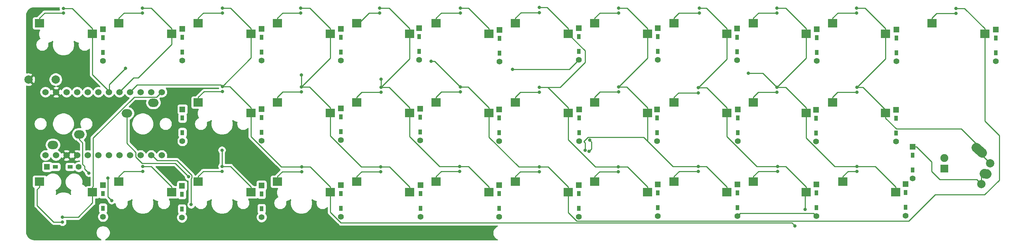
<source format=gtl>
G04 #@! TF.GenerationSoftware,KiCad,Pcbnew,(5.1.5)-2*
G04 #@! TF.CreationDate,2020-02-27T15:55:59+09:00*
G04 #@! TF.ProjectId,First_keyboard30,46697273-745f-46b6-9579-626f61726433,rev?*
G04 #@! TF.SameCoordinates,Original*
G04 #@! TF.FileFunction,Copper,L1,Top*
G04 #@! TF.FilePolarity,Positive*
%FSLAX46Y46*%
G04 Gerber Fmt 4.6, Leading zero omitted, Abs format (unit mm)*
G04 Created by KiCad (PCBNEW (5.1.5)-2) date 2020-02-27 15:55:59*
%MOMM*%
%LPD*%
G04 APERTURE LIST*
%ADD10C,1.524000*%
%ADD11O,2.500000X2.000000*%
%ADD12R,2.300000X2.000000*%
%ADD13R,1.905000X1.905000*%
%ADD14C,1.905000*%
%ADD15C,2.000000*%
%ADD16C,2.250000*%
%ADD17C,2.250000*%
%ADD18R,0.950000X1.300000*%
%ADD19C,1.397000*%
%ADD20R,1.397000X1.397000*%
%ADD21R,1.300000X0.950000*%
%ADD22C,0.800000*%
%ADD23C,0.250000*%
%ADD24C,0.254000*%
G04 APERTURE END LIST*
D10*
X38310000Y-99690000D03*
X40850000Y-99690000D03*
X43390000Y-99690000D03*
X45930000Y-99690000D03*
X48470000Y-99690000D03*
X51010000Y-99690000D03*
X53550000Y-99690000D03*
X56090000Y-99690000D03*
X58630000Y-99690000D03*
X61170000Y-99690000D03*
X63710000Y-99690000D03*
X66250000Y-99690000D03*
X66250000Y-114910000D03*
X63710000Y-114910000D03*
X61170000Y-114910000D03*
X58630000Y-114910000D03*
X56090000Y-114910000D03*
X53550000Y-114910000D03*
X51010000Y-114910000D03*
X48470000Y-114910000D03*
X45930000Y-114910000D03*
X43390000Y-114910000D03*
X40850000Y-114910000D03*
X38310000Y-114910000D03*
D11*
X57850000Y-104770000D03*
X64200000Y-102230000D03*
X46420000Y-109850000D03*
X40070000Y-112390000D03*
D12*
X229880000Y-121220000D03*
X242580000Y-123760000D03*
X208360000Y-121240000D03*
X221060000Y-123780000D03*
X189310000Y-121240000D03*
X202010000Y-123780000D03*
X170260000Y-121240000D03*
X182960000Y-123780000D03*
X151210000Y-121240000D03*
X163910000Y-123780000D03*
X132160000Y-121240000D03*
X144860000Y-123780000D03*
X113110000Y-121240000D03*
X125810000Y-123780000D03*
X94060000Y-121240000D03*
X106760000Y-123780000D03*
X75010000Y-121240000D03*
X87710000Y-123780000D03*
X55960000Y-121240000D03*
X68660000Y-123780000D03*
X36910000Y-121240000D03*
X49610000Y-123780000D03*
X227410000Y-102190000D03*
X240110000Y-104730000D03*
X208360000Y-102190000D03*
X221060000Y-104730000D03*
X189310000Y-102190000D03*
X202010000Y-104730000D03*
X170260000Y-102190000D03*
X182960000Y-104730000D03*
X151210000Y-102190000D03*
X163910000Y-104730000D03*
X132160000Y-102190000D03*
X144860000Y-104730000D03*
X113110000Y-102190000D03*
X125810000Y-104730000D03*
X94060000Y-102190000D03*
X106760000Y-104730000D03*
X75010000Y-102190000D03*
X87710000Y-104730000D03*
X251250000Y-83140000D03*
X263950000Y-85680000D03*
X227410000Y-83140000D03*
X240110000Y-85680000D03*
X208360000Y-83140000D03*
X221060000Y-85680000D03*
X189310000Y-83140000D03*
X202010000Y-85680000D03*
X170260000Y-83140000D03*
X182960000Y-85680000D03*
X151210000Y-83140000D03*
X163910000Y-85680000D03*
X132160000Y-83140000D03*
X144860000Y-85680000D03*
X113110000Y-83140000D03*
X125810000Y-85680000D03*
X94060000Y-83140000D03*
X106760000Y-85680000D03*
X75010000Y-83140000D03*
X87710000Y-85680000D03*
X55960000Y-83140000D03*
X68660000Y-85680000D03*
X36910000Y-83140000D03*
X49610000Y-85680000D03*
D13*
X254220000Y-118090000D03*
D14*
X254220000Y-115550000D03*
D15*
X265200000Y-116820000D03*
X263100000Y-121820000D03*
D16*
X263300000Y-114320000D03*
D17*
X261840000Y-113010000D02*
X263300008Y-114319990D01*
D16*
X264380000Y-119360000D03*
D17*
X263800000Y-119320000D02*
X264380032Y-119359542D01*
D15*
X34260000Y-96660000D03*
X40760000Y-96660000D03*
D18*
X246610000Y-118435000D03*
D19*
X246610000Y-120470000D03*
D20*
X246610000Y-112850000D03*
D18*
X246610000Y-114885000D03*
X244940000Y-127425000D03*
D19*
X244940000Y-129460000D03*
D20*
X244940000Y-121840000D03*
D18*
X244940000Y-123875000D03*
X223510000Y-127525000D03*
D19*
X223510000Y-129560000D03*
D20*
X223510000Y-121940000D03*
D18*
X223510000Y-123975000D03*
X204510000Y-127525000D03*
D19*
X204510000Y-129560000D03*
D20*
X204510000Y-121940000D03*
D18*
X204510000Y-123975000D03*
X185410000Y-127525000D03*
D19*
X185410000Y-129560000D03*
D20*
X185410000Y-121940000D03*
D18*
X185410000Y-123975000D03*
X166410000Y-127625000D03*
D19*
X166410000Y-129660000D03*
D20*
X166410000Y-122040000D03*
D18*
X166410000Y-124075000D03*
X147310000Y-127625000D03*
D19*
X147310000Y-129660000D03*
D20*
X147310000Y-122040000D03*
D18*
X147310000Y-124075000D03*
X128410000Y-127635000D03*
D19*
X128410000Y-129670000D03*
D20*
X128410000Y-122050000D03*
D18*
X128410000Y-124085000D03*
X109310000Y-127625000D03*
D19*
X109310000Y-129660000D03*
D20*
X109310000Y-122040000D03*
D18*
X109310000Y-124075000D03*
X90210000Y-127735000D03*
D19*
X90210000Y-129770000D03*
D20*
X90210000Y-122150000D03*
D18*
X90210000Y-124185000D03*
X71110000Y-127825000D03*
D19*
X71110000Y-129860000D03*
D20*
X71110000Y-122240000D03*
D18*
X71110000Y-124275000D03*
X52110000Y-127625000D03*
D19*
X52110000Y-129660000D03*
D20*
X52110000Y-122040000D03*
D18*
X52110000Y-124075000D03*
X242610000Y-109535000D03*
D19*
X242610000Y-111570000D03*
D20*
X242610000Y-103950000D03*
D18*
X242610000Y-105985000D03*
X223410000Y-109535000D03*
D19*
X223410000Y-111570000D03*
D20*
X223410000Y-103950000D03*
D18*
X223410000Y-105985000D03*
X204610000Y-109435000D03*
D19*
X204610000Y-111470000D03*
D20*
X204610000Y-103850000D03*
D18*
X204610000Y-105885000D03*
X185210000Y-109425000D03*
D19*
X185210000Y-111460000D03*
D20*
X185210000Y-103840000D03*
D18*
X185210000Y-105875000D03*
X166510000Y-109435000D03*
D19*
X166510000Y-111470000D03*
D20*
X166510000Y-103850000D03*
D18*
X166510000Y-105885000D03*
X147310000Y-109425000D03*
D19*
X147310000Y-111460000D03*
D20*
X147310000Y-103840000D03*
D18*
X147310000Y-105875000D03*
X128310000Y-109325000D03*
D19*
X128310000Y-111360000D03*
D20*
X128310000Y-103740000D03*
D18*
X128310000Y-105775000D03*
X109310000Y-109235000D03*
D19*
X109310000Y-111270000D03*
D20*
X109310000Y-103650000D03*
D18*
X109310000Y-105685000D03*
X90210000Y-109335000D03*
D19*
X90210000Y-111370000D03*
D20*
X90210000Y-103750000D03*
D18*
X90210000Y-105785000D03*
X71210000Y-109435000D03*
D19*
X71210000Y-111470000D03*
D20*
X71210000Y-103850000D03*
D18*
X71210000Y-105885000D03*
D21*
X44275000Y-117660000D03*
D19*
X46310000Y-117660000D03*
D20*
X38690000Y-117660000D03*
D21*
X40725000Y-117660000D03*
D18*
X266610000Y-90245000D03*
D19*
X266610000Y-92280000D03*
D20*
X266610000Y-84660000D03*
D18*
X266610000Y-86695000D03*
X242710000Y-90235000D03*
D19*
X242710000Y-92270000D03*
D20*
X242710000Y-84650000D03*
D18*
X242710000Y-86685000D03*
X223610000Y-90135000D03*
D19*
X223610000Y-92170000D03*
D20*
X223610000Y-84550000D03*
D18*
X223610000Y-86585000D03*
X204410000Y-90025000D03*
D19*
X204410000Y-92060000D03*
D20*
X204410000Y-84440000D03*
D18*
X204410000Y-86475000D03*
X185410000Y-89925000D03*
D19*
X185410000Y-91960000D03*
D20*
X185410000Y-84340000D03*
D18*
X185410000Y-86375000D03*
X166410000Y-89925000D03*
D19*
X166410000Y-91960000D03*
D20*
X166410000Y-84340000D03*
D18*
X166410000Y-86375000D03*
X147410000Y-90335000D03*
D19*
X147410000Y-92370000D03*
D20*
X147410000Y-84750000D03*
D18*
X147410000Y-86785000D03*
X128110000Y-89925000D03*
D19*
X128110000Y-91960000D03*
D20*
X128110000Y-84340000D03*
D18*
X128110000Y-86375000D03*
X109310000Y-90035000D03*
D19*
X109310000Y-92070000D03*
D20*
X109310000Y-84450000D03*
D18*
X109310000Y-86485000D03*
X90210000Y-90045000D03*
D19*
X90210000Y-92080000D03*
D20*
X90210000Y-84460000D03*
D18*
X90210000Y-86495000D03*
X71160000Y-90085000D03*
D19*
X71160000Y-92120000D03*
D20*
X71160000Y-84500000D03*
D18*
X71160000Y-86535000D03*
X52120000Y-90155000D03*
D19*
X52120000Y-92190000D03*
D20*
X52120000Y-84570000D03*
D18*
X52120000Y-86605000D03*
D22*
X42610000Y-80660000D03*
X61610000Y-80660000D03*
X80810000Y-80660000D03*
X99610000Y-80660000D03*
X118610000Y-80660000D03*
X138010000Y-80660000D03*
X150510000Y-94260000D03*
X156910000Y-80560000D03*
X176010000Y-80660000D03*
X195410000Y-80660000D03*
X214010000Y-80660000D03*
X233110000Y-80660000D03*
X257010000Y-80760000D03*
X80810000Y-99560000D03*
X99810000Y-99660000D03*
X118910000Y-99760000D03*
X138010000Y-99660000D03*
X168910000Y-113960000D03*
X169010000Y-111260000D03*
X156910000Y-99760000D03*
X176010000Y-99660000D03*
X195110000Y-99860000D03*
X214010000Y-99760000D03*
X233210000Y-99760000D03*
X42410000Y-130960000D03*
X73310000Y-126760000D03*
X61710000Y-118760000D03*
X80710000Y-118760000D03*
X99910000Y-118860000D03*
X118810000Y-118860000D03*
X137810000Y-118760000D03*
X156910000Y-118860000D03*
X175910000Y-118860000D03*
X195110000Y-118760000D03*
X214210000Y-118760000D03*
X233210000Y-118760000D03*
X57510000Y-93960000D03*
X53310000Y-120360000D03*
X54210000Y-125760000D03*
X48710000Y-119160000D03*
X156910000Y-79360000D03*
X156910000Y-98560000D03*
X175910000Y-117660000D03*
X61710000Y-117560000D03*
X42610000Y-79560000D03*
X167910000Y-113660000D03*
X80710000Y-113660000D03*
X72710000Y-120060000D03*
X61610000Y-79460000D03*
X176010000Y-79460000D03*
X176010000Y-98460000D03*
X195110000Y-117560000D03*
X80710000Y-117560000D03*
X220810000Y-127960000D03*
X218310000Y-131860000D03*
X80810000Y-79460000D03*
X195410000Y-79460000D03*
X80810000Y-98360000D03*
X195110000Y-98660000D03*
X214210000Y-117560000D03*
X99910000Y-117660000D03*
X207110000Y-95160000D03*
X99610000Y-79460000D03*
X214010000Y-79460000D03*
X99810000Y-98460000D03*
X214010000Y-98560000D03*
X233210000Y-117560000D03*
X118810000Y-117660000D03*
X99810000Y-95585010D03*
X118910000Y-96560000D03*
X118610000Y-79460000D03*
X233110000Y-79460000D03*
X118910000Y-98560000D03*
X233210000Y-98560000D03*
X137810000Y-117560000D03*
X130910000Y-92260000D03*
X138010000Y-79460000D03*
X257010000Y-79560000D03*
X138010000Y-98460000D03*
X156910000Y-117660000D03*
X42410000Y-129760000D03*
D23*
X42044315Y-80660000D02*
X42610000Y-80660000D01*
X38140000Y-80660000D02*
X42044315Y-80660000D01*
X36910000Y-81890000D02*
X38140000Y-80660000D01*
X36910000Y-83140000D02*
X36910000Y-81890000D01*
X61044315Y-80660000D02*
X61610000Y-80660000D01*
X57190000Y-80660000D02*
X61044315Y-80660000D01*
X55960000Y-81890000D02*
X57190000Y-80660000D01*
X55960000Y-83140000D02*
X55960000Y-81890000D01*
X80244315Y-80660000D02*
X80810000Y-80660000D01*
X76240000Y-80660000D02*
X80244315Y-80660000D01*
X75010000Y-81890000D02*
X76240000Y-80660000D01*
X75010000Y-83140000D02*
X75010000Y-81890000D01*
X99044315Y-80660000D02*
X99610000Y-80660000D01*
X94060000Y-81890000D02*
X95290000Y-80660000D01*
X95290000Y-80660000D02*
X99044315Y-80660000D01*
X94060000Y-83140000D02*
X94060000Y-81890000D01*
X118044315Y-80660000D02*
X118610000Y-80660000D01*
X116088998Y-80660000D02*
X118044315Y-80660000D01*
X113608998Y-83140000D02*
X116088998Y-80660000D01*
X113110000Y-83140000D02*
X113608998Y-83140000D01*
X137444315Y-80660000D02*
X138010000Y-80660000D01*
X133390000Y-80660000D02*
X137444315Y-80660000D01*
X132160000Y-81890000D02*
X133390000Y-80660000D01*
X132160000Y-83140000D02*
X132160000Y-81890000D01*
X164110000Y-94260000D02*
X166410000Y-91960000D01*
X150510000Y-94260000D02*
X164110000Y-94260000D01*
X156344315Y-80560000D02*
X156910000Y-80560000D01*
X152540000Y-80560000D02*
X156344315Y-80560000D01*
X151210000Y-81890000D02*
X152540000Y-80560000D01*
X151210000Y-83140000D02*
X151210000Y-81890000D01*
X175444315Y-80660000D02*
X176010000Y-80660000D01*
X171490000Y-80660000D02*
X175444315Y-80660000D01*
X170260000Y-81890000D02*
X171490000Y-80660000D01*
X170260000Y-83140000D02*
X170260000Y-81890000D01*
X190510000Y-80660000D02*
X194844315Y-80660000D01*
X189310000Y-81860000D02*
X190510000Y-80660000D01*
X194844315Y-80660000D02*
X195410000Y-80660000D01*
X189310000Y-83140000D02*
X189310000Y-81860000D01*
X213444315Y-80660000D02*
X214010000Y-80660000D01*
X208360000Y-81890000D02*
X209590000Y-80660000D01*
X209590000Y-80660000D02*
X213444315Y-80660000D01*
X208360000Y-83140000D02*
X208360000Y-81890000D01*
X232544315Y-80660000D02*
X233110000Y-80660000D01*
X228640000Y-80660000D02*
X232544315Y-80660000D01*
X227410000Y-81890000D02*
X228640000Y-80660000D01*
X227410000Y-83140000D02*
X227410000Y-81890000D01*
X256444315Y-80760000D02*
X257010000Y-80760000D01*
X252380000Y-80760000D02*
X256444315Y-80760000D01*
X251250000Y-81890000D02*
X252380000Y-80760000D01*
X251250000Y-83140000D02*
X251250000Y-81890000D01*
X80244315Y-99560000D02*
X80810000Y-99560000D01*
X76390000Y-99560000D02*
X80244315Y-99560000D01*
X75010000Y-100940000D02*
X76390000Y-99560000D01*
X75010000Y-102190000D02*
X75010000Y-100940000D01*
X99244315Y-99660000D02*
X99810000Y-99660000D01*
X95340000Y-99660000D02*
X99244315Y-99660000D01*
X94060000Y-100940000D02*
X95340000Y-99660000D01*
X94060000Y-102190000D02*
X94060000Y-100940000D01*
X118344315Y-99760000D02*
X118910000Y-99760000D01*
X114290000Y-99760000D02*
X118344315Y-99760000D01*
X113110000Y-100940000D02*
X114290000Y-99760000D01*
X113110000Y-102190000D02*
X113110000Y-100940000D01*
X137444315Y-99660000D02*
X138010000Y-99660000D01*
X133440000Y-99660000D02*
X137444315Y-99660000D01*
X132160000Y-100940000D02*
X133440000Y-99660000D01*
X132160000Y-102190000D02*
X132160000Y-100940000D01*
X169510000Y-113360000D02*
X168910000Y-113960000D01*
X169510000Y-111760000D02*
X169510000Y-113360000D01*
X169010000Y-111260000D02*
X169510000Y-111760000D01*
X156344315Y-99760000D02*
X156910000Y-99760000D01*
X152390000Y-99760000D02*
X156344315Y-99760000D01*
X151210000Y-100940000D02*
X152390000Y-99760000D01*
X151210000Y-102190000D02*
X151210000Y-100940000D01*
X171540000Y-99660000D02*
X175444315Y-99660000D01*
X170260000Y-100940000D02*
X171540000Y-99660000D01*
X175444315Y-99660000D02*
X176010000Y-99660000D01*
X170260000Y-102190000D02*
X170260000Y-100940000D01*
X194544315Y-99860000D02*
X195110000Y-99860000D01*
X190390000Y-99860000D02*
X194544315Y-99860000D01*
X189310000Y-100940000D02*
X190390000Y-99860000D01*
X189310000Y-102190000D02*
X189310000Y-100940000D01*
X213444315Y-99760000D02*
X214010000Y-99760000D01*
X209540000Y-99760000D02*
X213444315Y-99760000D01*
X208360000Y-100940000D02*
X209540000Y-99760000D01*
X208360000Y-102190000D02*
X208360000Y-100940000D01*
X232644315Y-99760000D02*
X233210000Y-99760000D01*
X227410000Y-100940000D02*
X228590000Y-99760000D01*
X228590000Y-99760000D02*
X232644315Y-99760000D01*
X227410000Y-102190000D02*
X227410000Y-100940000D01*
X41844315Y-130960000D02*
X42410000Y-130960000D01*
X40242998Y-130960000D02*
X41844315Y-130960000D01*
X36254999Y-126972001D02*
X40242998Y-130960000D01*
X36254999Y-123145001D02*
X36254999Y-126972001D01*
X36910000Y-122490000D02*
X36254999Y-123145001D01*
X36910000Y-121240000D02*
X36910000Y-122490000D01*
X64676299Y-115676299D02*
X63800000Y-114800000D01*
X65160000Y-116160000D02*
X64676299Y-115676299D01*
X73310000Y-126760000D02*
X73310000Y-120533002D01*
X69883002Y-116160000D02*
X65160000Y-116160000D01*
X73435001Y-119711999D02*
X69883002Y-116160000D01*
X73435001Y-120408001D02*
X73435001Y-119711999D01*
X73310000Y-120533002D02*
X73435001Y-120408001D01*
X61144315Y-118760000D02*
X61710000Y-118760000D01*
X57190000Y-118760000D02*
X61144315Y-118760000D01*
X55960000Y-119990000D02*
X57190000Y-118760000D01*
X55960000Y-121240000D02*
X55960000Y-119990000D01*
X76240000Y-118760000D02*
X80144315Y-118760000D01*
X75010000Y-119990000D02*
X76240000Y-118760000D01*
X80144315Y-118760000D02*
X80710000Y-118760000D01*
X75010000Y-121240000D02*
X75010000Y-119990000D01*
X99344315Y-118860000D02*
X99910000Y-118860000D01*
X95190000Y-118860000D02*
X99344315Y-118860000D01*
X94060000Y-119990000D02*
X95190000Y-118860000D01*
X94060000Y-121240000D02*
X94060000Y-119990000D01*
X118244315Y-118860000D02*
X118810000Y-118860000D01*
X114240000Y-118860000D02*
X118244315Y-118860000D01*
X113110000Y-119990000D02*
X114240000Y-118860000D01*
X113110000Y-121240000D02*
X113110000Y-119990000D01*
X133390000Y-118760000D02*
X137244315Y-118760000D01*
X137244315Y-118760000D02*
X137810000Y-118760000D01*
X132160000Y-119990000D02*
X133390000Y-118760000D01*
X132160000Y-121240000D02*
X132160000Y-119990000D01*
X152340000Y-118860000D02*
X156344315Y-118860000D01*
X156344315Y-118860000D02*
X156910000Y-118860000D01*
X151210000Y-119990000D02*
X152340000Y-118860000D01*
X151210000Y-121240000D02*
X151210000Y-119990000D01*
X222811501Y-128861501D02*
X223510000Y-129560000D01*
X205208499Y-128861501D02*
X222811501Y-128861501D01*
X204510000Y-129560000D02*
X205208499Y-128861501D01*
X175344315Y-118860000D02*
X175910000Y-118860000D01*
X171390000Y-118860000D02*
X175344315Y-118860000D01*
X170260000Y-119990000D02*
X171390000Y-118860000D01*
X170260000Y-121240000D02*
X170260000Y-119990000D01*
X194544315Y-118760000D02*
X195110000Y-118760000D01*
X190540000Y-118760000D02*
X194544315Y-118760000D01*
X189310000Y-119990000D02*
X190540000Y-118760000D01*
X189310000Y-121240000D02*
X189310000Y-119990000D01*
X213644315Y-118760000D02*
X214210000Y-118760000D01*
X209590000Y-118760000D02*
X213644315Y-118760000D01*
X208360000Y-119990000D02*
X209590000Y-118760000D01*
X208360000Y-121240000D02*
X208360000Y-119990000D01*
X232644315Y-118760000D02*
X233210000Y-118760000D01*
X229880000Y-119970000D02*
X231090000Y-118760000D01*
X231090000Y-118760000D02*
X232644315Y-118760000D01*
X229880000Y-121220000D02*
X229880000Y-119970000D01*
X262100001Y-120820001D02*
X263100000Y-121820000D01*
X261979999Y-120699999D02*
X262100001Y-120820001D01*
X253149999Y-120699999D02*
X261979999Y-120699999D01*
X263100000Y-120020000D02*
X263800000Y-119320000D01*
X263100000Y-121820000D02*
X263100000Y-120020000D01*
X247558500Y-112850000D02*
X251210000Y-116501500D01*
X246610000Y-112850000D02*
X247558500Y-112850000D01*
X251210000Y-118760000D02*
X253149999Y-120699999D01*
X251210000Y-116501500D02*
X251210000Y-118760000D01*
X49610000Y-84430000D02*
X49610000Y-85680000D01*
X44740000Y-79560000D02*
X49610000Y-84430000D01*
X42610000Y-79560000D02*
X44740000Y-79560000D01*
X49610000Y-95530000D02*
X53640000Y-99560000D01*
X49610000Y-85680000D02*
X49610000Y-95530000D01*
X163910000Y-84430000D02*
X163910000Y-85680000D01*
X158840000Y-79360000D02*
X163910000Y-84430000D01*
X156910000Y-79360000D02*
X158840000Y-79360000D01*
X158990000Y-98560000D02*
X157475685Y-98560000D01*
X163910000Y-103480000D02*
X158990000Y-98560000D01*
X163910000Y-104730000D02*
X163910000Y-103480000D01*
X68660000Y-122530000D02*
X68660000Y-123780000D01*
X63690000Y-117560000D02*
X68660000Y-122530000D01*
X61710000Y-117560000D02*
X63690000Y-117560000D01*
X182960000Y-122530000D02*
X182960000Y-123780000D01*
X178090000Y-117660000D02*
X182960000Y-122530000D01*
X175910000Y-117660000D02*
X178090000Y-117660000D01*
X175344315Y-117660000D02*
X175910000Y-117660000D01*
X163910000Y-111160000D02*
X170410000Y-117660000D01*
X170410000Y-117660000D02*
X175344315Y-117660000D01*
X163910000Y-104730000D02*
X163910000Y-111160000D01*
X48310001Y-118760001D02*
X48710000Y-119160000D01*
X47710000Y-117545218D02*
X47710000Y-118160000D01*
X47210000Y-115387926D02*
X47210000Y-117045218D01*
X47710000Y-118160000D02*
X48310001Y-118760001D01*
X47221301Y-115376625D02*
X47210000Y-115387926D01*
X47210000Y-117045218D02*
X47710000Y-117545218D01*
X47210000Y-111890000D02*
X47210000Y-114212074D01*
X47221301Y-114223375D02*
X47221301Y-115376625D01*
X46420000Y-109850000D02*
X46420000Y-111100000D01*
X47210000Y-114212074D02*
X47221301Y-114223375D01*
X46420000Y-111100000D02*
X47210000Y-111890000D01*
X53310000Y-124860000D02*
X54210000Y-125760000D01*
X53310000Y-120360000D02*
X53310000Y-124860000D01*
X157475685Y-98560000D02*
X156910000Y-98560000D01*
X161910000Y-98560000D02*
X157475685Y-98560000D01*
X167910000Y-92560000D02*
X161910000Y-98560000D01*
X163910000Y-85760000D02*
X167910000Y-89760000D01*
X167910000Y-89760000D02*
X167910000Y-92560000D01*
X163910000Y-85680000D02*
X163910000Y-85760000D01*
X53640000Y-99560000D02*
X53640000Y-99560000D01*
X53640000Y-97830000D02*
X57510000Y-93960000D01*
X53640000Y-99560000D02*
X53640000Y-97830000D01*
X68660000Y-84430000D02*
X68660000Y-85680000D01*
X63690000Y-79460000D02*
X68660000Y-84430000D01*
X61610000Y-79460000D02*
X63690000Y-79460000D01*
X182960000Y-84430000D02*
X182960000Y-85680000D01*
X177990000Y-79460000D02*
X182960000Y-84430000D01*
X176010000Y-79460000D02*
X177990000Y-79460000D01*
X177940000Y-98460000D02*
X182960000Y-103480000D01*
X182960000Y-103480000D02*
X182960000Y-104730000D01*
X176010000Y-98460000D02*
X177940000Y-98460000D01*
X82740000Y-117560000D02*
X87710000Y-122530000D01*
X87710000Y-122530000D02*
X87710000Y-123780000D01*
X80710000Y-117560000D02*
X82740000Y-117560000D01*
X202010000Y-122530000D02*
X202010000Y-123780000D01*
X197040000Y-117560000D02*
X202010000Y-122530000D01*
X195110000Y-117560000D02*
X197040000Y-117560000D01*
X182960000Y-91510000D02*
X176010000Y-98460000D01*
X182960000Y-85680000D02*
X182960000Y-91510000D01*
X68660000Y-88227002D02*
X60627002Y-96260000D01*
X68660000Y-85680000D02*
X68660000Y-88227002D01*
X59480000Y-96260000D02*
X56180000Y-99560000D01*
X60627002Y-96260000D02*
X59480000Y-96260000D01*
X182960000Y-104730000D02*
X182960000Y-111510000D01*
X189010000Y-117560000D02*
X195110000Y-117560000D01*
X182960000Y-111510000D02*
X189010000Y-117560000D01*
X72310001Y-119660001D02*
X72710000Y-120060000D01*
X69484999Y-116834999D02*
X72310001Y-119660001D01*
X61517073Y-116834999D02*
X69484999Y-116834999D01*
X60010000Y-114174676D02*
X60010000Y-115327926D01*
X60010000Y-115327926D02*
X61517073Y-116834999D01*
X57850000Y-112014676D02*
X60010000Y-114174676D01*
X57850000Y-104770000D02*
X57850000Y-112014676D01*
X80710000Y-113660000D02*
X80710000Y-117560000D01*
X181984999Y-110534999D02*
X182960000Y-111510000D01*
X168661999Y-110534999D02*
X181984999Y-110534999D01*
X167610000Y-111586998D02*
X168661999Y-110534999D01*
X167910000Y-111886998D02*
X167910000Y-113660000D01*
X167610000Y-111586998D02*
X167910000Y-111886998D01*
X87710000Y-84430000D02*
X87710000Y-85680000D01*
X82740000Y-79460000D02*
X87710000Y-84430000D01*
X80810000Y-79460000D02*
X82740000Y-79460000D01*
X202010000Y-84430000D02*
X202010000Y-85680000D01*
X197040000Y-79460000D02*
X202010000Y-84430000D01*
X195410000Y-79460000D02*
X197040000Y-79460000D01*
X195675685Y-98660000D02*
X195110000Y-98660000D01*
X197190000Y-98660000D02*
X195675685Y-98660000D01*
X202010000Y-103480000D02*
X197190000Y-98660000D01*
X202010000Y-104730000D02*
X202010000Y-103480000D01*
X87710000Y-103480000D02*
X87710000Y-104730000D01*
X82590000Y-98360000D02*
X87710000Y-103480000D01*
X80810000Y-98360000D02*
X82590000Y-98360000D01*
X106760000Y-122530000D02*
X106760000Y-123780000D01*
X101890000Y-117660000D02*
X106760000Y-122530000D01*
X99910000Y-117660000D02*
X101890000Y-117660000D01*
X221060000Y-122530000D02*
X221060000Y-123780000D01*
X216090000Y-117560000D02*
X221060000Y-122530000D01*
X214210000Y-117560000D02*
X216090000Y-117560000D01*
X202010000Y-91760000D02*
X195110000Y-98660000D01*
X202010000Y-85680000D02*
X202010000Y-91760000D01*
X87710000Y-91460000D02*
X80810000Y-98360000D01*
X87710000Y-85680000D02*
X87710000Y-91460000D01*
X99344315Y-117660000D02*
X99910000Y-117660000D01*
X94985218Y-117660000D02*
X99344315Y-117660000D01*
X87710000Y-110384782D02*
X94985218Y-117660000D01*
X87710000Y-104730000D02*
X87710000Y-110384782D01*
X209185218Y-117560000D02*
X213644315Y-117560000D01*
X202010000Y-110384782D02*
X209185218Y-117560000D01*
X213644315Y-117560000D02*
X214210000Y-117560000D01*
X202010000Y-104730000D02*
X202010000Y-110384782D01*
X60319999Y-97960001D02*
X80410001Y-97960001D01*
X80410001Y-97960001D02*
X80810000Y-98360000D01*
X58720000Y-99560000D02*
X60319999Y-97960001D01*
X220810000Y-124030000D02*
X221060000Y-123780000D01*
X220810000Y-127960000D02*
X220810000Y-124030000D01*
X106760000Y-128624782D02*
X106760000Y-125030000D01*
X106760000Y-125030000D02*
X106760000Y-123780000D01*
X217610000Y-131160000D02*
X109295218Y-131160000D01*
X109295218Y-131160000D02*
X106760000Y-128624782D01*
X218310000Y-131860000D02*
X217610000Y-131160000D01*
X101790000Y-79460000D02*
X106760000Y-84430000D01*
X106760000Y-84430000D02*
X106760000Y-85680000D01*
X99610000Y-79460000D02*
X101790000Y-79460000D01*
X221060000Y-84430000D02*
X221060000Y-85680000D01*
X216090000Y-79460000D02*
X221060000Y-84430000D01*
X214010000Y-79460000D02*
X216090000Y-79460000D01*
X216140000Y-98560000D02*
X221060000Y-103480000D01*
X221060000Y-103480000D02*
X221060000Y-104730000D01*
X214010000Y-98560000D02*
X216140000Y-98560000D01*
X106760000Y-103480000D02*
X106760000Y-104730000D01*
X101740000Y-98460000D02*
X106760000Y-103480000D01*
X99810000Y-98460000D02*
X101740000Y-98460000D01*
X120940000Y-117660000D02*
X125810000Y-122530000D01*
X125810000Y-122530000D02*
X125810000Y-123780000D01*
X118810000Y-117660000D02*
X120940000Y-117660000D01*
X221060000Y-91510000D02*
X214010000Y-98560000D01*
X221060000Y-85680000D02*
X221060000Y-91510000D01*
X106760000Y-91510000D02*
X99810000Y-98460000D01*
X106760000Y-85680000D02*
X106760000Y-91510000D01*
X118244315Y-117660000D02*
X118810000Y-117660000D01*
X114185218Y-117660000D02*
X118244315Y-117660000D01*
X106760000Y-110234782D02*
X114185218Y-117660000D01*
X106760000Y-104730000D02*
X106760000Y-110234782D01*
X232644315Y-117560000D02*
X233210000Y-117560000D01*
X221060000Y-110734782D02*
X227885218Y-117560000D01*
X227885218Y-117560000D02*
X232644315Y-117560000D01*
X221060000Y-104730000D02*
X221060000Y-110734782D01*
X210610000Y-95160000D02*
X214010000Y-98560000D01*
X207110000Y-95160000D02*
X210610000Y-95160000D01*
X99810000Y-98460000D02*
X99810000Y-95585010D01*
X242580000Y-122510000D02*
X242580000Y-123760000D01*
X237630000Y-117560000D02*
X242580000Y-122510000D01*
X233210000Y-117560000D02*
X237630000Y-117560000D01*
X119175685Y-79460000D02*
X118610000Y-79460000D01*
X120840000Y-79460000D02*
X119175685Y-79460000D01*
X125810000Y-84430000D02*
X120840000Y-79460000D01*
X125810000Y-85680000D02*
X125810000Y-84430000D01*
X233675685Y-79460000D02*
X233110000Y-79460000D01*
X235140000Y-79460000D02*
X233675685Y-79460000D01*
X240110000Y-84430000D02*
X235140000Y-79460000D01*
X240110000Y-85680000D02*
X240110000Y-84430000D01*
X263300000Y-114920000D02*
X263300000Y-114320000D01*
X265200000Y-116820000D02*
X263300000Y-114920000D01*
X261990000Y-113010000D02*
X263300000Y-114320000D01*
X261840000Y-113010000D02*
X261990000Y-113010000D01*
X233775685Y-98560000D02*
X233210000Y-98560000D01*
X234681002Y-98560000D02*
X233775685Y-98560000D01*
X240110000Y-103988998D02*
X234681002Y-98560000D01*
X240110000Y-104730000D02*
X240110000Y-103988998D01*
X120890000Y-98560000D02*
X119475685Y-98560000D01*
X119475685Y-98560000D02*
X118910000Y-98560000D01*
X125810000Y-103480000D02*
X120890000Y-98560000D01*
X125810000Y-104730000D02*
X125810000Y-103480000D01*
X144860000Y-122530000D02*
X144860000Y-123780000D01*
X139890000Y-117560000D02*
X144860000Y-122530000D01*
X137810000Y-117560000D02*
X139890000Y-117560000D01*
X240110000Y-91660000D02*
X233210000Y-98560000D01*
X240110000Y-85680000D02*
X240110000Y-91660000D01*
X125810000Y-91660000D02*
X118910000Y-98560000D01*
X125810000Y-85680000D02*
X125810000Y-91660000D01*
X137244315Y-117560000D02*
X137810000Y-117560000D01*
X132995218Y-117560000D02*
X137244315Y-117560000D01*
X125810000Y-110374782D02*
X132995218Y-117560000D01*
X125810000Y-104730000D02*
X125810000Y-110374782D01*
X261840000Y-112120998D02*
X261840000Y-113010000D01*
X258279001Y-108559999D02*
X261840000Y-112120998D01*
X242689999Y-108559999D02*
X258279001Y-108559999D01*
X240110000Y-105980000D02*
X242689999Y-108559999D01*
X240110000Y-104730000D02*
X240110000Y-105980000D01*
X118910000Y-98560000D02*
X118910000Y-96560000D01*
X144860000Y-84430000D02*
X144860000Y-85680000D01*
X139890000Y-79460000D02*
X144860000Y-84430000D01*
X138010000Y-79460000D02*
X139890000Y-79460000D01*
X257575685Y-79560000D02*
X257010000Y-79560000D01*
X259080000Y-79560000D02*
X257575685Y-79560000D01*
X263950000Y-84430000D02*
X259080000Y-79560000D01*
X263950000Y-85680000D02*
X263950000Y-84430000D01*
X144860000Y-103480000D02*
X144860000Y-104730000D01*
X139840000Y-98460000D02*
X144860000Y-103480000D01*
X138010000Y-98460000D02*
X139840000Y-98460000D01*
X49610000Y-125030000D02*
X49610000Y-123780000D01*
X49610000Y-126327002D02*
X49610000Y-125030000D01*
X46177002Y-129760000D02*
X49610000Y-126327002D01*
X42410000Y-129760000D02*
X46177002Y-129760000D01*
X163910000Y-122530000D02*
X163910000Y-123780000D01*
X159040000Y-117660000D02*
X163910000Y-122530000D01*
X156910000Y-117660000D02*
X159040000Y-117660000D01*
X131810000Y-92260000D02*
X138010000Y-98460000D01*
X130910000Y-92260000D02*
X131810000Y-92260000D01*
X156344315Y-117660000D02*
X156910000Y-117660000D01*
X151995218Y-117660000D02*
X156344315Y-117660000D01*
X144860000Y-110524782D02*
X151995218Y-117660000D01*
X144860000Y-104730000D02*
X144860000Y-110524782D01*
X263950000Y-86930000D02*
X263950000Y-85680000D01*
X263950000Y-106700000D02*
X263950000Y-86930000D01*
X267410000Y-120860000D02*
X267410000Y-110160000D01*
X263910000Y-124360000D02*
X267410000Y-120860000D01*
X267410000Y-110160000D02*
X263950000Y-106700000D01*
X163910000Y-123780000D02*
X163910000Y-128674782D01*
X252011026Y-124360000D02*
X263910000Y-124360000D01*
X165918719Y-130683501D02*
X245687525Y-130683501D01*
X163910000Y-128674782D02*
X165918719Y-130683501D01*
X245687525Y-130683501D02*
X252011026Y-124360000D01*
X49610000Y-122530000D02*
X49610000Y-123780000D01*
X49761301Y-110734852D02*
X49761301Y-122378699D01*
X59626153Y-100870000D02*
X49761301Y-110734852D01*
X65030000Y-100870000D02*
X59626153Y-100870000D01*
X49761301Y-122378699D02*
X49610000Y-122530000D01*
X66340000Y-99560000D02*
X65030000Y-100870000D01*
D24*
G36*
X41575000Y-79458061D02*
G01*
X41575000Y-79661939D01*
X41614774Y-79861898D01*
X41630556Y-79900000D01*
X38177325Y-79900000D01*
X38140000Y-79896324D01*
X38102675Y-79900000D01*
X38102667Y-79900000D01*
X37991014Y-79910997D01*
X37847753Y-79954454D01*
X37715724Y-80025026D01*
X37599999Y-80119999D01*
X37576201Y-80148997D01*
X36398998Y-81326201D01*
X36370000Y-81349999D01*
X36346202Y-81378997D01*
X36346201Y-81378998D01*
X36275026Y-81465724D01*
X36255674Y-81501928D01*
X35760000Y-81501928D01*
X35635518Y-81514188D01*
X35515820Y-81550498D01*
X35405506Y-81609463D01*
X35308815Y-81688815D01*
X35229463Y-81785506D01*
X35170498Y-81895820D01*
X35134188Y-82015518D01*
X35121928Y-82140000D01*
X35121928Y-84140000D01*
X35134188Y-84264482D01*
X35170498Y-84384180D01*
X35229463Y-84494494D01*
X35308815Y-84591185D01*
X35405506Y-84670537D01*
X35515820Y-84729502D01*
X35635518Y-84765812D01*
X35760000Y-84778072D01*
X36879252Y-84778072D01*
X36747047Y-85097244D01*
X36665000Y-85509721D01*
X36665000Y-85930279D01*
X36747047Y-86342756D01*
X36907988Y-86731302D01*
X36945015Y-86786717D01*
X36779221Y-86855391D01*
X36519621Y-87028850D01*
X36298850Y-87249621D01*
X36125391Y-87509221D01*
X36005911Y-87797673D01*
X35945000Y-88103891D01*
X35945000Y-88416109D01*
X36005911Y-88722327D01*
X36125391Y-89010779D01*
X36298850Y-89270379D01*
X36519621Y-89491150D01*
X36779221Y-89664609D01*
X37067673Y-89784089D01*
X37373891Y-89845000D01*
X37686109Y-89845000D01*
X37992327Y-89784089D01*
X38280779Y-89664609D01*
X38540379Y-89491150D01*
X38761150Y-89270379D01*
X38934609Y-89010779D01*
X39054089Y-88722327D01*
X39115000Y-88416109D01*
X39115000Y-88103891D01*
X39063391Y-87844435D01*
X39422756Y-87772953D01*
X39811302Y-87612012D01*
X40033748Y-87463378D01*
X40028183Y-87476814D01*
X39925000Y-87995551D01*
X39925000Y-88524449D01*
X40028183Y-89043186D01*
X40230583Y-89531825D01*
X40524424Y-89971588D01*
X40898412Y-90345576D01*
X41338175Y-90639417D01*
X41826814Y-90841817D01*
X42345551Y-90945000D01*
X42874449Y-90945000D01*
X43393186Y-90841817D01*
X43881825Y-90639417D01*
X44321588Y-90345576D01*
X44695576Y-89971588D01*
X44989417Y-89531825D01*
X45191817Y-89043186D01*
X45295000Y-88524449D01*
X45295000Y-87995551D01*
X45191817Y-87476814D01*
X45186251Y-87463377D01*
X45408698Y-87612011D01*
X45797244Y-87772952D01*
X46156610Y-87844434D01*
X46105000Y-88103891D01*
X46105000Y-88416109D01*
X46165911Y-88722327D01*
X46285391Y-89010779D01*
X46458850Y-89270379D01*
X46679621Y-89491150D01*
X46939221Y-89664609D01*
X47227673Y-89784089D01*
X47533891Y-89845000D01*
X47846109Y-89845000D01*
X48152327Y-89784089D01*
X48440779Y-89664609D01*
X48700379Y-89491150D01*
X48850000Y-89341529D01*
X48850001Y-95492668D01*
X48846324Y-95530000D01*
X48850001Y-95567333D01*
X48857434Y-95642795D01*
X48860998Y-95678985D01*
X48904454Y-95822246D01*
X48975026Y-95954276D01*
X49028964Y-96019999D01*
X49070000Y-96070001D01*
X49098998Y-96093799D01*
X51335594Y-98330396D01*
X51147592Y-98293000D01*
X50872408Y-98293000D01*
X50602510Y-98346686D01*
X50348273Y-98451995D01*
X50119465Y-98604880D01*
X49924880Y-98799465D01*
X49771995Y-99028273D01*
X49740000Y-99105515D01*
X49708005Y-99028273D01*
X49555120Y-98799465D01*
X49360535Y-98604880D01*
X49131727Y-98451995D01*
X48877490Y-98346686D01*
X48607592Y-98293000D01*
X48332408Y-98293000D01*
X48062510Y-98346686D01*
X47808273Y-98451995D01*
X47579465Y-98604880D01*
X47384880Y-98799465D01*
X47231995Y-99028273D01*
X47200000Y-99105515D01*
X47168005Y-99028273D01*
X47015120Y-98799465D01*
X46820535Y-98604880D01*
X46591727Y-98451995D01*
X46337490Y-98346686D01*
X46067592Y-98293000D01*
X45792408Y-98293000D01*
X45522510Y-98346686D01*
X45268273Y-98451995D01*
X45039465Y-98604880D01*
X44844880Y-98799465D01*
X44691995Y-99028273D01*
X44660000Y-99105515D01*
X44628005Y-99028273D01*
X44475120Y-98799465D01*
X44280535Y-98604880D01*
X44051727Y-98451995D01*
X43797490Y-98346686D01*
X43527592Y-98293000D01*
X43252408Y-98293000D01*
X42982510Y-98346686D01*
X42728273Y-98451995D01*
X42499465Y-98604880D01*
X42304880Y-98799465D01*
X42151995Y-99028273D01*
X42122308Y-99099943D01*
X42117636Y-99086977D01*
X42055656Y-98971020D01*
X41815565Y-98904040D01*
X41029605Y-99690000D01*
X41815565Y-100475960D01*
X42055656Y-100408980D01*
X42119485Y-100273240D01*
X42151995Y-100351727D01*
X42304880Y-100580535D01*
X42499465Y-100775120D01*
X42728273Y-100928005D01*
X42982510Y-101033314D01*
X43252408Y-101087000D01*
X43527592Y-101087000D01*
X43797490Y-101033314D01*
X44051727Y-100928005D01*
X44280535Y-100775120D01*
X44475120Y-100580535D01*
X44628005Y-100351727D01*
X44660000Y-100274485D01*
X44691995Y-100351727D01*
X44844880Y-100580535D01*
X45039465Y-100775120D01*
X45268273Y-100928005D01*
X45522510Y-101033314D01*
X45792408Y-101087000D01*
X46067592Y-101087000D01*
X46337490Y-101033314D01*
X46591727Y-100928005D01*
X46820535Y-100775120D01*
X47015120Y-100580535D01*
X47168005Y-100351727D01*
X47200000Y-100274485D01*
X47231995Y-100351727D01*
X47384880Y-100580535D01*
X47579465Y-100775120D01*
X47808273Y-100928005D01*
X48062510Y-101033314D01*
X48332408Y-101087000D01*
X48607592Y-101087000D01*
X48877490Y-101033314D01*
X49131727Y-100928005D01*
X49360535Y-100775120D01*
X49555120Y-100580535D01*
X49708005Y-100351727D01*
X49740000Y-100274485D01*
X49771995Y-100351727D01*
X49924880Y-100580535D01*
X50119465Y-100775120D01*
X50348273Y-100928005D01*
X50602510Y-101033314D01*
X50872408Y-101087000D01*
X51147592Y-101087000D01*
X51417490Y-101033314D01*
X51671727Y-100928005D01*
X51900535Y-100775120D01*
X52095120Y-100580535D01*
X52248005Y-100351727D01*
X52280000Y-100274485D01*
X52311995Y-100351727D01*
X52464880Y-100580535D01*
X52659465Y-100775120D01*
X52888273Y-100928005D01*
X53142510Y-101033314D01*
X53412408Y-101087000D01*
X53687592Y-101087000D01*
X53957490Y-101033314D01*
X54211727Y-100928005D01*
X54440535Y-100775120D01*
X54635120Y-100580535D01*
X54788005Y-100351727D01*
X54820000Y-100274485D01*
X54851995Y-100351727D01*
X55004880Y-100580535D01*
X55199465Y-100775120D01*
X55428273Y-100928005D01*
X55682510Y-101033314D01*
X55952408Y-101087000D01*
X56227592Y-101087000D01*
X56497490Y-101033314D01*
X56751727Y-100928005D01*
X56980535Y-100775120D01*
X57175120Y-100580535D01*
X57328005Y-100351727D01*
X57360000Y-100274485D01*
X57391995Y-100351727D01*
X57544880Y-100580535D01*
X57739465Y-100775120D01*
X57968273Y-100928005D01*
X58222510Y-101033314D01*
X58360574Y-101060777D01*
X49250304Y-110171048D01*
X49221300Y-110194851D01*
X49166172Y-110262026D01*
X49126327Y-110310576D01*
X49070224Y-110415537D01*
X49055755Y-110442606D01*
X49012298Y-110585867D01*
X49001301Y-110697520D01*
X49001301Y-110697530D01*
X48997625Y-110734852D01*
X49001301Y-110772174D01*
X49001301Y-113617971D01*
X48877490Y-113566686D01*
X48607592Y-113513000D01*
X48332408Y-113513000D01*
X48062510Y-113566686D01*
X47970000Y-113605005D01*
X47970000Y-111927325D01*
X47973676Y-111890000D01*
X47970000Y-111852675D01*
X47970000Y-111852667D01*
X47959003Y-111741014D01*
X47915546Y-111597753D01*
X47844974Y-111465724D01*
X47750001Y-111349999D01*
X47721004Y-111326202D01*
X47598175Y-111203373D01*
X47831714Y-111011714D01*
X48036031Y-110762752D01*
X48187852Y-110478715D01*
X48281343Y-110170516D01*
X48312911Y-109850000D01*
X48281343Y-109529484D01*
X48187852Y-109221285D01*
X48036031Y-108937248D01*
X48001359Y-108895000D01*
X48266109Y-108895000D01*
X48572327Y-108834089D01*
X48860779Y-108714609D01*
X49120379Y-108541150D01*
X49341150Y-108320379D01*
X49514609Y-108060779D01*
X49634089Y-107772327D01*
X49695000Y-107466109D01*
X49695000Y-107153891D01*
X49634089Y-106847673D01*
X49514609Y-106559221D01*
X49341150Y-106299621D01*
X49120379Y-106078850D01*
X48860779Y-105905391D01*
X48572327Y-105785911D01*
X48266109Y-105725000D01*
X47953891Y-105725000D01*
X47647673Y-105785911D01*
X47359221Y-105905391D01*
X47099621Y-106078850D01*
X46878850Y-106299621D01*
X46705391Y-106559221D01*
X46585911Y-106847673D01*
X46525000Y-107153891D01*
X46525000Y-107466109D01*
X46585911Y-107772327D01*
X46705391Y-108060779D01*
X46812532Y-108221127D01*
X46750322Y-108215000D01*
X46089678Y-108215000D01*
X45849484Y-108238657D01*
X45541285Y-108332148D01*
X45257248Y-108483969D01*
X45008286Y-108688286D01*
X44803969Y-108937248D01*
X44652148Y-109221285D01*
X44558657Y-109529484D01*
X44527089Y-109850000D01*
X44558657Y-110170516D01*
X44652148Y-110478715D01*
X44803969Y-110762752D01*
X45008286Y-111011714D01*
X45257248Y-111216031D01*
X45541285Y-111367852D01*
X45732404Y-111425827D01*
X45785026Y-111524276D01*
X45845328Y-111597753D01*
X45880000Y-111640001D01*
X45908998Y-111663799D01*
X46450000Y-112204802D01*
X46450001Y-113610778D01*
X46399952Y-113587244D01*
X46132865Y-113520977D01*
X45857983Y-113508090D01*
X45585867Y-113549078D01*
X45326977Y-113642364D01*
X45211020Y-113704344D01*
X45144040Y-113944435D01*
X45930000Y-114730395D01*
X45944143Y-114716253D01*
X46123748Y-114895858D01*
X46109605Y-114910000D01*
X46123748Y-114924143D01*
X45944143Y-115103748D01*
X45930000Y-115089605D01*
X45144040Y-115875565D01*
X45211020Y-116115656D01*
X45460048Y-116232756D01*
X45727135Y-116299023D01*
X46002017Y-116311910D01*
X46274133Y-116270922D01*
X46450000Y-116207552D01*
X46450001Y-116328223D01*
X46441338Y-116326500D01*
X46178662Y-116326500D01*
X45921032Y-116377746D01*
X45678351Y-116478268D01*
X45459943Y-116624203D01*
X45361985Y-116722161D01*
X45279494Y-116654463D01*
X45169180Y-116595498D01*
X45049482Y-116559188D01*
X44925000Y-116546928D01*
X43625000Y-116546928D01*
X43500518Y-116559188D01*
X43380820Y-116595498D01*
X43270506Y-116654463D01*
X43173815Y-116733815D01*
X43094463Y-116830506D01*
X43035498Y-116940820D01*
X42999188Y-117060518D01*
X42986928Y-117185000D01*
X42986928Y-118135000D01*
X42999188Y-118259482D01*
X43035498Y-118379180D01*
X43094463Y-118489494D01*
X43173815Y-118586185D01*
X43270506Y-118665537D01*
X43380820Y-118724502D01*
X43500518Y-118760812D01*
X43625000Y-118773072D01*
X44925000Y-118773072D01*
X45049482Y-118760812D01*
X45169180Y-118724502D01*
X45279494Y-118665537D01*
X45361985Y-118597839D01*
X45459943Y-118695797D01*
X45678351Y-118841732D01*
X45921032Y-118942254D01*
X46178662Y-118993500D01*
X46441338Y-118993500D01*
X46698968Y-118942254D01*
X46941649Y-118841732D01*
X47160057Y-118695797D01*
X47163623Y-118692231D01*
X47170000Y-118700001D01*
X47198998Y-118723799D01*
X47675000Y-119199802D01*
X47675000Y-119261939D01*
X47714774Y-119461898D01*
X47792795Y-119650256D01*
X47906063Y-119819774D01*
X48050226Y-119963937D01*
X48219744Y-120077205D01*
X48408102Y-120155226D01*
X48608061Y-120195000D01*
X48811939Y-120195000D01*
X49001302Y-120157334D01*
X49001302Y-122073707D01*
X48975026Y-122105724D01*
X48955674Y-122141928D01*
X48460000Y-122141928D01*
X48335518Y-122154188D01*
X48215820Y-122190498D01*
X48105506Y-122249463D01*
X48008815Y-122328815D01*
X47981475Y-122362128D01*
X47780983Y-122161636D01*
X47431302Y-121927987D01*
X47215698Y-121838681D01*
X47285000Y-121490279D01*
X47285000Y-121069721D01*
X47202953Y-120657244D01*
X47042012Y-120268698D01*
X46808363Y-119919017D01*
X46510983Y-119621637D01*
X46161302Y-119387988D01*
X45772756Y-119227047D01*
X45360279Y-119145000D01*
X44939721Y-119145000D01*
X44527244Y-119227047D01*
X44138698Y-119387988D01*
X43789017Y-119621637D01*
X43491637Y-119919017D01*
X43257988Y-120268698D01*
X43097047Y-120657244D01*
X43015000Y-121069721D01*
X43015000Y-121490279D01*
X43097047Y-121902756D01*
X43257988Y-122291302D01*
X43491637Y-122640983D01*
X43789017Y-122938363D01*
X44138698Y-123172012D01*
X44354302Y-123261318D01*
X44285000Y-123609720D01*
X44285000Y-124030278D01*
X44336537Y-124289373D01*
X44321588Y-124274424D01*
X43881825Y-123980583D01*
X43393186Y-123778183D01*
X42874449Y-123675000D01*
X42345551Y-123675000D01*
X41826814Y-123778183D01*
X41338175Y-123980583D01*
X40898412Y-124274424D01*
X40883463Y-124289373D01*
X40935000Y-124030279D01*
X40935000Y-123609721D01*
X40865698Y-123261318D01*
X41081302Y-123172012D01*
X41430983Y-122938363D01*
X41728363Y-122640983D01*
X41962012Y-122291302D01*
X42122953Y-121902756D01*
X42205000Y-121490279D01*
X42205000Y-121069721D01*
X42122953Y-120657244D01*
X41962012Y-120268698D01*
X41728363Y-119919017D01*
X41430983Y-119621637D01*
X41081302Y-119387988D01*
X40692756Y-119227047D01*
X40280279Y-119145000D01*
X39859721Y-119145000D01*
X39447244Y-119227047D01*
X39058698Y-119387988D01*
X38709017Y-119621637D01*
X38525002Y-119805652D01*
X38511185Y-119788815D01*
X38414494Y-119709463D01*
X38304180Y-119650498D01*
X38184482Y-119614188D01*
X38060000Y-119601928D01*
X35760000Y-119601928D01*
X35635518Y-119614188D01*
X35515820Y-119650498D01*
X35405506Y-119709463D01*
X35308815Y-119788815D01*
X35229463Y-119885506D01*
X35170498Y-119995820D01*
X35134188Y-120115518D01*
X35121928Y-120240000D01*
X35121928Y-122240000D01*
X35134188Y-122364482D01*
X35170498Y-122484180D01*
X35229463Y-122594494D01*
X35308815Y-122691185D01*
X35405506Y-122770537D01*
X35515820Y-122829502D01*
X35555455Y-122841525D01*
X35549453Y-122852755D01*
X35505996Y-122996016D01*
X35494999Y-123107669D01*
X35494999Y-123107679D01*
X35491323Y-123145001D01*
X35494999Y-123182324D01*
X35495000Y-126934669D01*
X35491323Y-126972001D01*
X35505997Y-127120986D01*
X35549453Y-127264247D01*
X35620025Y-127396277D01*
X35691200Y-127483003D01*
X35714999Y-127512002D01*
X35743997Y-127535800D01*
X39679199Y-131471003D01*
X39702997Y-131500001D01*
X39818722Y-131594974D01*
X39950751Y-131665546D01*
X40094012Y-131709003D01*
X40205665Y-131720000D01*
X40205674Y-131720000D01*
X40242997Y-131723676D01*
X40280320Y-131720000D01*
X41706289Y-131720000D01*
X41750226Y-131763937D01*
X41919744Y-131877205D01*
X42108102Y-131955226D01*
X42308061Y-131995000D01*
X42511939Y-131995000D01*
X42711898Y-131955226D01*
X42900256Y-131877205D01*
X43069774Y-131763937D01*
X43213937Y-131619774D01*
X43327205Y-131450256D01*
X43405226Y-131261898D01*
X43445000Y-131061939D01*
X43445000Y-130858061D01*
X43405226Y-130658102D01*
X43348022Y-130520000D01*
X46139680Y-130520000D01*
X46177002Y-130523676D01*
X46214324Y-130520000D01*
X46214335Y-130520000D01*
X46325988Y-130509003D01*
X46469249Y-130465546D01*
X46601278Y-130394974D01*
X46717003Y-130300001D01*
X46740806Y-130270997D01*
X47483141Y-129528662D01*
X50776500Y-129528662D01*
X50776500Y-129791338D01*
X50827746Y-130048968D01*
X50928268Y-130291649D01*
X51074203Y-130510057D01*
X51259943Y-130695797D01*
X51478351Y-130841732D01*
X51721032Y-130942254D01*
X51978662Y-130993500D01*
X52241338Y-130993500D01*
X52498968Y-130942254D01*
X52741649Y-130841732D01*
X52960057Y-130695797D01*
X53145797Y-130510057D01*
X53291732Y-130291649D01*
X53392254Y-130048968D01*
X53443500Y-129791338D01*
X53443500Y-129728662D01*
X69776500Y-129728662D01*
X69776500Y-129991338D01*
X69827746Y-130248968D01*
X69928268Y-130491649D01*
X70074203Y-130710057D01*
X70259943Y-130895797D01*
X70478351Y-131041732D01*
X70721032Y-131142254D01*
X70978662Y-131193500D01*
X71241338Y-131193500D01*
X71498968Y-131142254D01*
X71741649Y-131041732D01*
X71960057Y-130895797D01*
X72145797Y-130710057D01*
X72291732Y-130491649D01*
X72392254Y-130248968D01*
X72443500Y-129991338D01*
X72443500Y-129728662D01*
X72425598Y-129638662D01*
X88876500Y-129638662D01*
X88876500Y-129901338D01*
X88927746Y-130158968D01*
X89028268Y-130401649D01*
X89174203Y-130620057D01*
X89359943Y-130805797D01*
X89578351Y-130951732D01*
X89821032Y-131052254D01*
X90078662Y-131103500D01*
X90341338Y-131103500D01*
X90598968Y-131052254D01*
X90841649Y-130951732D01*
X91060057Y-130805797D01*
X91245797Y-130620057D01*
X91391732Y-130401649D01*
X91492254Y-130158968D01*
X91543500Y-129901338D01*
X91543500Y-129638662D01*
X91492254Y-129381032D01*
X91391732Y-129138351D01*
X91245797Y-128919943D01*
X91147839Y-128821985D01*
X91215537Y-128739494D01*
X91274502Y-128629180D01*
X91310812Y-128509482D01*
X91323072Y-128385000D01*
X91323072Y-127085000D01*
X91310812Y-126960518D01*
X91274502Y-126840820D01*
X91215537Y-126730506D01*
X91136185Y-126633815D01*
X91039494Y-126554463D01*
X90929180Y-126495498D01*
X90809482Y-126459188D01*
X90685000Y-126446928D01*
X89735000Y-126446928D01*
X89610518Y-126459188D01*
X89490820Y-126495498D01*
X89380506Y-126554463D01*
X89283815Y-126633815D01*
X89204463Y-126730506D01*
X89145498Y-126840820D01*
X89109188Y-126960518D01*
X89096928Y-127085000D01*
X89096928Y-128385000D01*
X89109188Y-128509482D01*
X89145498Y-128629180D01*
X89204463Y-128739494D01*
X89272161Y-128821985D01*
X89174203Y-128919943D01*
X89028268Y-129138351D01*
X88927746Y-129381032D01*
X88876500Y-129638662D01*
X72425598Y-129638662D01*
X72392254Y-129471032D01*
X72291732Y-129228351D01*
X72145797Y-129009943D01*
X72047839Y-128911985D01*
X72115537Y-128829494D01*
X72174502Y-128719180D01*
X72210812Y-128599482D01*
X72223072Y-128475000D01*
X72223072Y-127175000D01*
X72210812Y-127050518D01*
X72174502Y-126930820D01*
X72115537Y-126820506D01*
X72036185Y-126723815D01*
X71939494Y-126644463D01*
X71829180Y-126585498D01*
X71709482Y-126549188D01*
X71585000Y-126536928D01*
X70635000Y-126536928D01*
X70510518Y-126549188D01*
X70390820Y-126585498D01*
X70280506Y-126644463D01*
X70183815Y-126723815D01*
X70104463Y-126820506D01*
X70045498Y-126930820D01*
X70009188Y-127050518D01*
X69996928Y-127175000D01*
X69996928Y-128475000D01*
X70009188Y-128599482D01*
X70045498Y-128719180D01*
X70104463Y-128829494D01*
X70172161Y-128911985D01*
X70074203Y-129009943D01*
X69928268Y-129228351D01*
X69827746Y-129471032D01*
X69776500Y-129728662D01*
X53443500Y-129728662D01*
X53443500Y-129528662D01*
X53392254Y-129271032D01*
X53291732Y-129028351D01*
X53145797Y-128809943D01*
X53047839Y-128711985D01*
X53115537Y-128629494D01*
X53174502Y-128519180D01*
X53210812Y-128399482D01*
X53223072Y-128275000D01*
X53223072Y-126975000D01*
X53210812Y-126850518D01*
X53174502Y-126730820D01*
X53115537Y-126620506D01*
X53036185Y-126523815D01*
X52939494Y-126444463D01*
X52829180Y-126385498D01*
X52709482Y-126349188D01*
X52585000Y-126336928D01*
X51635000Y-126336928D01*
X51510518Y-126349188D01*
X51390820Y-126385498D01*
X51280506Y-126444463D01*
X51183815Y-126523815D01*
X51104463Y-126620506D01*
X51045498Y-126730820D01*
X51009188Y-126850518D01*
X50996928Y-126975000D01*
X50996928Y-128275000D01*
X51009188Y-128399482D01*
X51045498Y-128519180D01*
X51104463Y-128629494D01*
X51172161Y-128711985D01*
X51074203Y-128809943D01*
X50928268Y-129028351D01*
X50827746Y-129271032D01*
X50776500Y-129528662D01*
X47483141Y-129528662D01*
X50121004Y-126890800D01*
X50150001Y-126867003D01*
X50244974Y-126751278D01*
X50315546Y-126619249D01*
X50359003Y-126475988D01*
X50370000Y-126364335D01*
X50370000Y-126364326D01*
X50373676Y-126327003D01*
X50370000Y-126289680D01*
X50370000Y-125418072D01*
X50760000Y-125418072D01*
X50884482Y-125405812D01*
X51004180Y-125369502D01*
X51114494Y-125310537D01*
X51211185Y-125231185D01*
X51227141Y-125211742D01*
X51280506Y-125255537D01*
X51390820Y-125314502D01*
X51510518Y-125350812D01*
X51635000Y-125363072D01*
X52585000Y-125363072D01*
X52709482Y-125350812D01*
X52725615Y-125345918D01*
X52737838Y-125360812D01*
X52770000Y-125400001D01*
X52798998Y-125423799D01*
X53175000Y-125799801D01*
X53175000Y-125861939D01*
X53214774Y-126061898D01*
X53292795Y-126250256D01*
X53406063Y-126419774D01*
X53550226Y-126563937D01*
X53719744Y-126677205D01*
X53908102Y-126755226D01*
X54108061Y-126795000D01*
X54311939Y-126795000D01*
X54511898Y-126755226D01*
X54700256Y-126677205D01*
X54869774Y-126563937D01*
X54995000Y-126438711D01*
X54995000Y-126516109D01*
X55055911Y-126822327D01*
X55175391Y-127110779D01*
X55348850Y-127370379D01*
X55569621Y-127591150D01*
X55829221Y-127764609D01*
X56117673Y-127884089D01*
X56423891Y-127945000D01*
X56736109Y-127945000D01*
X57042327Y-127884089D01*
X57330779Y-127764609D01*
X57590379Y-127591150D01*
X57811150Y-127370379D01*
X57984609Y-127110779D01*
X58104089Y-126822327D01*
X58165000Y-126516109D01*
X58165000Y-126203891D01*
X58113391Y-125944435D01*
X58472756Y-125872953D01*
X58861302Y-125712012D01*
X59083748Y-125563378D01*
X59078183Y-125576814D01*
X58975000Y-126095551D01*
X58975000Y-126624449D01*
X59078183Y-127143186D01*
X59280583Y-127631825D01*
X59574424Y-128071588D01*
X59948412Y-128445576D01*
X60388175Y-128739417D01*
X60876814Y-128941817D01*
X61395551Y-129045000D01*
X61924449Y-129045000D01*
X62443186Y-128941817D01*
X62931825Y-128739417D01*
X63371588Y-128445576D01*
X63745576Y-128071588D01*
X64039417Y-127631825D01*
X64241817Y-127143186D01*
X64345000Y-126624449D01*
X64345000Y-126095551D01*
X64241817Y-125576814D01*
X64236251Y-125563377D01*
X64458698Y-125712011D01*
X64847244Y-125872952D01*
X65206610Y-125944434D01*
X65155000Y-126203891D01*
X65155000Y-126516109D01*
X65215911Y-126822327D01*
X65335391Y-127110779D01*
X65508850Y-127370379D01*
X65729621Y-127591150D01*
X65989221Y-127764609D01*
X66277673Y-127884089D01*
X66583891Y-127945000D01*
X66896109Y-127945000D01*
X67202327Y-127884089D01*
X67490779Y-127764609D01*
X67750379Y-127591150D01*
X67971150Y-127370379D01*
X68144609Y-127110779D01*
X68264089Y-126822327D01*
X68325000Y-126516109D01*
X68325000Y-126203891D01*
X68264089Y-125897673D01*
X68144609Y-125609221D01*
X68016887Y-125418072D01*
X69810000Y-125418072D01*
X69934482Y-125405812D01*
X70054180Y-125369502D01*
X70140475Y-125323375D01*
X70183815Y-125376185D01*
X70280506Y-125455537D01*
X70390820Y-125514502D01*
X70510518Y-125550812D01*
X70635000Y-125563072D01*
X71585000Y-125563072D01*
X71709482Y-125550812D01*
X71829180Y-125514502D01*
X71939494Y-125455537D01*
X72036185Y-125376185D01*
X72115537Y-125279494D01*
X72174502Y-125169180D01*
X72210812Y-125049482D01*
X72223072Y-124925000D01*
X72223072Y-123625000D01*
X72210812Y-123500518D01*
X72193634Y-123443891D01*
X72259685Y-123389685D01*
X72339037Y-123292994D01*
X72398002Y-123182680D01*
X72434312Y-123062982D01*
X72446572Y-122938500D01*
X72446572Y-121541500D01*
X72434312Y-121417018D01*
X72398002Y-121297320D01*
X72339037Y-121187006D01*
X72259685Y-121090315D01*
X72162994Y-121010963D01*
X72052680Y-120951998D01*
X71932982Y-120915688D01*
X71808500Y-120903428D01*
X70411500Y-120903428D01*
X70287018Y-120915688D01*
X70167320Y-120951998D01*
X70057006Y-121010963D01*
X69960315Y-121090315D01*
X69880963Y-121187006D01*
X69821998Y-121297320D01*
X69785688Y-121417018D01*
X69773428Y-121541500D01*
X69773428Y-122141928D01*
X69314326Y-122141928D01*
X69294974Y-122105724D01*
X69248194Y-122048722D01*
X69223799Y-122018996D01*
X69223795Y-122018992D01*
X69200001Y-121989999D01*
X69171009Y-121966206D01*
X64799800Y-117594999D01*
X69170198Y-117594999D01*
X71675000Y-120099802D01*
X71675000Y-120161939D01*
X71714774Y-120361898D01*
X71792795Y-120550256D01*
X71906063Y-120719774D01*
X72050226Y-120863937D01*
X72219744Y-120977205D01*
X72408102Y-121055226D01*
X72550001Y-121083451D01*
X72550000Y-126056289D01*
X72506063Y-126100226D01*
X72392795Y-126269744D01*
X72314774Y-126458102D01*
X72275000Y-126658061D01*
X72275000Y-126861939D01*
X72314774Y-127061898D01*
X72392795Y-127250256D01*
X72506063Y-127419774D01*
X72650226Y-127563937D01*
X72819744Y-127677205D01*
X73008102Y-127755226D01*
X73208061Y-127795000D01*
X73411939Y-127795000D01*
X73611898Y-127755226D01*
X73800256Y-127677205D01*
X73969774Y-127563937D01*
X74113937Y-127419774D01*
X74227205Y-127250256D01*
X74262175Y-127165831D01*
X74398850Y-127370379D01*
X74619621Y-127591150D01*
X74879221Y-127764609D01*
X75167673Y-127884089D01*
X75473891Y-127945000D01*
X75786109Y-127945000D01*
X76092327Y-127884089D01*
X76380779Y-127764609D01*
X76640379Y-127591150D01*
X76861150Y-127370379D01*
X77034609Y-127110779D01*
X77154089Y-126822327D01*
X77215000Y-126516109D01*
X77215000Y-126203891D01*
X77163391Y-125944435D01*
X77522756Y-125872953D01*
X77911302Y-125712012D01*
X78133748Y-125563378D01*
X78128183Y-125576814D01*
X78025000Y-126095551D01*
X78025000Y-126624449D01*
X78128183Y-127143186D01*
X78330583Y-127631825D01*
X78624424Y-128071588D01*
X78998412Y-128445576D01*
X79438175Y-128739417D01*
X79926814Y-128941817D01*
X80445551Y-129045000D01*
X80974449Y-129045000D01*
X81493186Y-128941817D01*
X81981825Y-128739417D01*
X82421588Y-128445576D01*
X82795576Y-128071588D01*
X83089417Y-127631825D01*
X83291817Y-127143186D01*
X83395000Y-126624449D01*
X83395000Y-126095551D01*
X83291817Y-125576814D01*
X83286251Y-125563377D01*
X83508698Y-125712011D01*
X83897244Y-125872952D01*
X84256610Y-125944434D01*
X84205000Y-126203891D01*
X84205000Y-126516109D01*
X84265911Y-126822327D01*
X84385391Y-127110779D01*
X84558850Y-127370379D01*
X84779621Y-127591150D01*
X85039221Y-127764609D01*
X85327673Y-127884089D01*
X85633891Y-127945000D01*
X85946109Y-127945000D01*
X86252327Y-127884089D01*
X86540779Y-127764609D01*
X86800379Y-127591150D01*
X87021150Y-127370379D01*
X87194609Y-127110779D01*
X87314089Y-126822327D01*
X87375000Y-126516109D01*
X87375000Y-126203891D01*
X87314089Y-125897673D01*
X87194609Y-125609221D01*
X87066887Y-125418072D01*
X88860000Y-125418072D01*
X88984482Y-125405812D01*
X89104180Y-125369502D01*
X89214494Y-125310537D01*
X89267859Y-125266742D01*
X89283815Y-125286185D01*
X89380506Y-125365537D01*
X89490820Y-125424502D01*
X89610518Y-125460812D01*
X89735000Y-125473072D01*
X90685000Y-125473072D01*
X90809482Y-125460812D01*
X90929180Y-125424502D01*
X91039494Y-125365537D01*
X91136185Y-125286185D01*
X91215537Y-125189494D01*
X91274502Y-125079180D01*
X91310812Y-124959482D01*
X91323072Y-124835000D01*
X91323072Y-123535000D01*
X91310812Y-123410518D01*
X91293634Y-123353891D01*
X91359685Y-123299685D01*
X91439037Y-123202994D01*
X91498002Y-123092680D01*
X91534312Y-122972982D01*
X91546572Y-122848500D01*
X91546572Y-121451500D01*
X91534312Y-121327018D01*
X91498002Y-121207320D01*
X91439037Y-121097006D01*
X91359685Y-121000315D01*
X91262994Y-120920963D01*
X91152680Y-120861998D01*
X91032982Y-120825688D01*
X90908500Y-120813428D01*
X89511500Y-120813428D01*
X89387018Y-120825688D01*
X89267320Y-120861998D01*
X89157006Y-120920963D01*
X89060315Y-121000315D01*
X88980963Y-121097006D01*
X88921998Y-121207320D01*
X88885688Y-121327018D01*
X88873428Y-121451500D01*
X88873428Y-122143250D01*
X88860000Y-122141928D01*
X88364326Y-122141928D01*
X88344974Y-122105724D01*
X88298194Y-122048722D01*
X88273799Y-122018996D01*
X88273795Y-122018992D01*
X88250001Y-121989999D01*
X88221009Y-121966206D01*
X83303804Y-117049003D01*
X83280001Y-117019999D01*
X83164276Y-116925026D01*
X83032247Y-116854454D01*
X82888986Y-116810997D01*
X82777333Y-116800000D01*
X82777322Y-116800000D01*
X82740000Y-116796324D01*
X82702678Y-116800000D01*
X81470000Y-116800000D01*
X81470000Y-114363711D01*
X81513937Y-114319774D01*
X81627205Y-114150256D01*
X81705226Y-113961898D01*
X81745000Y-113761939D01*
X81745000Y-113558061D01*
X81705226Y-113358102D01*
X81627205Y-113169744D01*
X81513937Y-113000226D01*
X81369774Y-112856063D01*
X81200256Y-112742795D01*
X81011898Y-112664774D01*
X80811939Y-112625000D01*
X80608061Y-112625000D01*
X80408102Y-112664774D01*
X80219744Y-112742795D01*
X80050226Y-112856063D01*
X79906063Y-113000226D01*
X79792795Y-113169744D01*
X79714774Y-113358102D01*
X79675000Y-113558061D01*
X79675000Y-113761939D01*
X79714774Y-113961898D01*
X79792795Y-114150256D01*
X79906063Y-114319774D01*
X79950000Y-114363711D01*
X79950001Y-116856288D01*
X79906063Y-116900226D01*
X79792795Y-117069744D01*
X79714774Y-117258102D01*
X79675000Y-117458061D01*
X79675000Y-117661939D01*
X79714774Y-117861898D01*
X79771978Y-118000000D01*
X76277325Y-118000000D01*
X76240000Y-117996324D01*
X76202675Y-118000000D01*
X76202667Y-118000000D01*
X76091014Y-118010997D01*
X75947753Y-118054454D01*
X75815724Y-118125026D01*
X75699999Y-118219999D01*
X75676201Y-118248997D01*
X74498998Y-119426201D01*
X74470000Y-119449999D01*
X74446202Y-119478997D01*
X74446201Y-119478998D01*
X74375026Y-119565724D01*
X74355674Y-119601928D01*
X74187837Y-119601928D01*
X74184004Y-119563013D01*
X74140547Y-119419752D01*
X74069975Y-119287723D01*
X73975002Y-119171998D01*
X73946004Y-119148200D01*
X70446806Y-115649003D01*
X70423003Y-115619999D01*
X70307278Y-115525026D01*
X70175249Y-115454454D01*
X70031988Y-115410997D01*
X69920335Y-115400000D01*
X69920324Y-115400000D01*
X69883002Y-115396324D01*
X69845680Y-115400000D01*
X67559137Y-115400000D01*
X67593314Y-115317490D01*
X67647000Y-115047592D01*
X67647000Y-114772408D01*
X67593314Y-114502510D01*
X67488005Y-114248273D01*
X67335120Y-114019465D01*
X67140535Y-113824880D01*
X66911727Y-113671995D01*
X66657490Y-113566686D01*
X66387592Y-113513000D01*
X66112408Y-113513000D01*
X65842510Y-113566686D01*
X65588273Y-113671995D01*
X65359465Y-113824880D01*
X65164880Y-114019465D01*
X65011995Y-114248273D01*
X64980000Y-114325515D01*
X64948005Y-114248273D01*
X64795120Y-114019465D01*
X64600535Y-113824880D01*
X64371727Y-113671995D01*
X64117490Y-113566686D01*
X63847592Y-113513000D01*
X63572408Y-113513000D01*
X63302510Y-113566686D01*
X63048273Y-113671995D01*
X62819465Y-113824880D01*
X62624880Y-114019465D01*
X62471995Y-114248273D01*
X62440000Y-114325515D01*
X62408005Y-114248273D01*
X62255120Y-114019465D01*
X62060535Y-113824880D01*
X61831727Y-113671995D01*
X61577490Y-113566686D01*
X61307592Y-113513000D01*
X61032408Y-113513000D01*
X60762510Y-113566686D01*
X60562272Y-113649628D01*
X60550001Y-113634675D01*
X60521004Y-113610878D01*
X58610000Y-111699875D01*
X58610000Y-111338662D01*
X69876500Y-111338662D01*
X69876500Y-111601338D01*
X69927746Y-111858968D01*
X70028268Y-112101649D01*
X70174203Y-112320057D01*
X70359943Y-112505797D01*
X70578351Y-112651732D01*
X70821032Y-112752254D01*
X71078662Y-112803500D01*
X71341338Y-112803500D01*
X71598968Y-112752254D01*
X71841649Y-112651732D01*
X72060057Y-112505797D01*
X72245797Y-112320057D01*
X72391732Y-112101649D01*
X72492254Y-111858968D01*
X72543500Y-111601338D01*
X72543500Y-111338662D01*
X72492254Y-111081032D01*
X72391732Y-110838351D01*
X72245797Y-110619943D01*
X72147839Y-110521985D01*
X72215537Y-110439494D01*
X72274502Y-110329180D01*
X72310812Y-110209482D01*
X72323072Y-110085000D01*
X72323072Y-108785000D01*
X72310812Y-108660518D01*
X72274502Y-108540820D01*
X72215537Y-108430506D01*
X72136185Y-108333815D01*
X72039494Y-108254463D01*
X71929180Y-108195498D01*
X71809482Y-108159188D01*
X71685000Y-108146928D01*
X70735000Y-108146928D01*
X70610518Y-108159188D01*
X70490820Y-108195498D01*
X70380506Y-108254463D01*
X70283815Y-108333815D01*
X70204463Y-108430506D01*
X70145498Y-108540820D01*
X70109188Y-108660518D01*
X70096928Y-108785000D01*
X70096928Y-110085000D01*
X70109188Y-110209482D01*
X70145498Y-110329180D01*
X70204463Y-110439494D01*
X70272161Y-110521985D01*
X70174203Y-110619943D01*
X70028268Y-110838351D01*
X69927746Y-111081032D01*
X69876500Y-111338662D01*
X58610000Y-111338662D01*
X58610000Y-107050475D01*
X59025000Y-107050475D01*
X59025000Y-107569525D01*
X59126261Y-108078601D01*
X59324893Y-108558141D01*
X59613262Y-108989715D01*
X59980285Y-109356738D01*
X60411859Y-109645107D01*
X60891399Y-109843739D01*
X61400475Y-109945000D01*
X61919525Y-109945000D01*
X62428601Y-109843739D01*
X62908141Y-109645107D01*
X63339715Y-109356738D01*
X63706738Y-108989715D01*
X63995107Y-108558141D01*
X64193739Y-108078601D01*
X64295000Y-107569525D01*
X64295000Y-107153891D01*
X65575000Y-107153891D01*
X65575000Y-107466109D01*
X65635911Y-107772327D01*
X65755391Y-108060779D01*
X65928850Y-108320379D01*
X66149621Y-108541150D01*
X66409221Y-108714609D01*
X66697673Y-108834089D01*
X67003891Y-108895000D01*
X67316109Y-108895000D01*
X67622327Y-108834089D01*
X67910779Y-108714609D01*
X68170379Y-108541150D01*
X68391150Y-108320379D01*
X68564609Y-108060779D01*
X68684089Y-107772327D01*
X68745000Y-107466109D01*
X68745000Y-107153891D01*
X68684089Y-106847673D01*
X68564609Y-106559221D01*
X68391150Y-106299621D01*
X68170379Y-106078850D01*
X67910779Y-105905391D01*
X67622327Y-105785911D01*
X67316109Y-105725000D01*
X67003891Y-105725000D01*
X66697673Y-105785911D01*
X66409221Y-105905391D01*
X66149621Y-106078850D01*
X65928850Y-106299621D01*
X65755391Y-106559221D01*
X65635911Y-106847673D01*
X65575000Y-107153891D01*
X64295000Y-107153891D01*
X64295000Y-107050475D01*
X64193739Y-106541399D01*
X63995107Y-106061859D01*
X63706738Y-105630285D01*
X63339715Y-105263262D01*
X62908141Y-104974893D01*
X62428601Y-104776261D01*
X61919525Y-104675000D01*
X61400475Y-104675000D01*
X60891399Y-104776261D01*
X60411859Y-104974893D01*
X59980285Y-105263262D01*
X59613262Y-105630285D01*
X59324893Y-106061859D01*
X59126261Y-106541399D01*
X59025000Y-107050475D01*
X58610000Y-107050475D01*
X58610000Y-106323864D01*
X58728715Y-106287852D01*
X59012752Y-106136031D01*
X59261714Y-105931714D01*
X59466031Y-105682752D01*
X59617852Y-105398715D01*
X59711343Y-105090516D01*
X59742911Y-104770000D01*
X59711343Y-104449484D01*
X59617852Y-104141285D01*
X59466031Y-103857248D01*
X59261714Y-103608286D01*
X59012752Y-103403969D01*
X58728715Y-103252148D01*
X58420516Y-103158657D01*
X58413035Y-103157920D01*
X59940956Y-101630000D01*
X62423437Y-101630000D01*
X62338657Y-101909484D01*
X62307089Y-102230000D01*
X62338657Y-102550516D01*
X62432148Y-102858715D01*
X62583969Y-103142752D01*
X62788286Y-103391714D01*
X63037248Y-103596031D01*
X63321285Y-103747852D01*
X63629484Y-103841343D01*
X63869678Y-103865000D01*
X64530322Y-103865000D01*
X64770516Y-103841343D01*
X65078715Y-103747852D01*
X65362752Y-103596031D01*
X65611714Y-103391714D01*
X65808851Y-103151500D01*
X69873428Y-103151500D01*
X69873428Y-104548500D01*
X69885688Y-104672982D01*
X69921998Y-104792680D01*
X69980963Y-104902994D01*
X70060315Y-104999685D01*
X70126366Y-105053891D01*
X70109188Y-105110518D01*
X70096928Y-105235000D01*
X70096928Y-106535000D01*
X70109188Y-106659482D01*
X70145498Y-106779180D01*
X70204463Y-106889494D01*
X70283815Y-106986185D01*
X70380506Y-107065537D01*
X70490820Y-107124502D01*
X70610518Y-107160812D01*
X70735000Y-107173072D01*
X71685000Y-107173072D01*
X71809482Y-107160812D01*
X71929180Y-107124502D01*
X72039494Y-107065537D01*
X72136185Y-106986185D01*
X72215537Y-106889494D01*
X72274502Y-106779180D01*
X72310812Y-106659482D01*
X72323072Y-106535000D01*
X72323072Y-105235000D01*
X72310812Y-105110518D01*
X72293634Y-105053891D01*
X72359685Y-104999685D01*
X72439037Y-104902994D01*
X72498002Y-104792680D01*
X72534312Y-104672982D01*
X72546572Y-104548500D01*
X72546572Y-103151500D01*
X72534312Y-103027018D01*
X72498002Y-102907320D01*
X72439037Y-102797006D01*
X72359685Y-102700315D01*
X72262994Y-102620963D01*
X72152680Y-102561998D01*
X72032982Y-102525688D01*
X71908500Y-102513428D01*
X70511500Y-102513428D01*
X70387018Y-102525688D01*
X70267320Y-102561998D01*
X70157006Y-102620963D01*
X70060315Y-102700315D01*
X69980963Y-102797006D01*
X69921998Y-102907320D01*
X69885688Y-103027018D01*
X69873428Y-103151500D01*
X65808851Y-103151500D01*
X65816031Y-103142752D01*
X65967852Y-102858715D01*
X66061343Y-102550516D01*
X66092911Y-102230000D01*
X66061343Y-101909484D01*
X65967852Y-101601285D01*
X65816031Y-101317248D01*
X65744597Y-101230205D01*
X65925066Y-101049735D01*
X66112408Y-101087000D01*
X66387592Y-101087000D01*
X66657490Y-101033314D01*
X66911727Y-100928005D01*
X67140535Y-100775120D01*
X67335120Y-100580535D01*
X67488005Y-100351727D01*
X67593314Y-100097490D01*
X67647000Y-99827592D01*
X67647000Y-99552408D01*
X67593314Y-99282510D01*
X67488005Y-99028273D01*
X67335120Y-98799465D01*
X67255656Y-98720001D01*
X79838841Y-98720001D01*
X79871978Y-98800000D01*
X76427325Y-98800000D01*
X76390000Y-98796324D01*
X76352675Y-98800000D01*
X76352667Y-98800000D01*
X76241014Y-98810997D01*
X76097753Y-98854454D01*
X75965724Y-98925026D01*
X75849999Y-99019999D01*
X75826201Y-99048997D01*
X74498998Y-100376201D01*
X74470000Y-100399999D01*
X74446202Y-100428997D01*
X74446201Y-100428998D01*
X74375026Y-100515724D01*
X74355674Y-100551928D01*
X73860000Y-100551928D01*
X73735518Y-100564188D01*
X73615820Y-100600498D01*
X73505506Y-100659463D01*
X73408815Y-100738815D01*
X73329463Y-100835506D01*
X73270498Y-100945820D01*
X73234188Y-101065518D01*
X73221928Y-101190000D01*
X73221928Y-103190000D01*
X73234188Y-103314482D01*
X73270498Y-103434180D01*
X73329463Y-103544494D01*
X73408815Y-103641185D01*
X73505506Y-103720537D01*
X73615820Y-103779502D01*
X73735518Y-103815812D01*
X73860000Y-103828072D01*
X74979252Y-103828072D01*
X74847047Y-104147244D01*
X74765000Y-104559721D01*
X74765000Y-104980279D01*
X74847047Y-105392756D01*
X75007988Y-105781302D01*
X75045015Y-105836717D01*
X74879221Y-105905391D01*
X74619621Y-106078850D01*
X74398850Y-106299621D01*
X74225391Y-106559221D01*
X74105911Y-106847673D01*
X74045000Y-107153891D01*
X74045000Y-107466109D01*
X74105911Y-107772327D01*
X74225391Y-108060779D01*
X74398850Y-108320379D01*
X74619621Y-108541150D01*
X74879221Y-108714609D01*
X75167673Y-108834089D01*
X75473891Y-108895000D01*
X75786109Y-108895000D01*
X76092327Y-108834089D01*
X76380779Y-108714609D01*
X76640379Y-108541150D01*
X76861150Y-108320379D01*
X77034609Y-108060779D01*
X77154089Y-107772327D01*
X77215000Y-107466109D01*
X77215000Y-107153891D01*
X77163391Y-106894435D01*
X77522756Y-106822953D01*
X77911302Y-106662012D01*
X78133748Y-106513378D01*
X78128183Y-106526814D01*
X78025000Y-107045551D01*
X78025000Y-107574449D01*
X78128183Y-108093186D01*
X78330583Y-108581825D01*
X78624424Y-109021588D01*
X78998412Y-109395576D01*
X79438175Y-109689417D01*
X79926814Y-109891817D01*
X80445551Y-109995000D01*
X80974449Y-109995000D01*
X81493186Y-109891817D01*
X81981825Y-109689417D01*
X82421588Y-109395576D01*
X82795576Y-109021588D01*
X83089417Y-108581825D01*
X83291817Y-108093186D01*
X83395000Y-107574449D01*
X83395000Y-107045551D01*
X83291817Y-106526814D01*
X83286251Y-106513377D01*
X83508698Y-106662011D01*
X83897244Y-106822952D01*
X84256610Y-106894434D01*
X84205000Y-107153891D01*
X84205000Y-107466109D01*
X84265911Y-107772327D01*
X84385391Y-108060779D01*
X84558850Y-108320379D01*
X84779621Y-108541150D01*
X85039221Y-108714609D01*
X85327673Y-108834089D01*
X85633891Y-108895000D01*
X85946109Y-108895000D01*
X86252327Y-108834089D01*
X86540779Y-108714609D01*
X86800379Y-108541150D01*
X86950001Y-108391528D01*
X86950001Y-110347450D01*
X86946324Y-110384782D01*
X86950001Y-110422115D01*
X86960998Y-110533768D01*
X86961372Y-110535000D01*
X87004454Y-110677028D01*
X87075026Y-110809058D01*
X87146201Y-110895784D01*
X87170000Y-110924783D01*
X87198998Y-110948581D01*
X94421418Y-118171002D01*
X94445217Y-118200001D01*
X94474215Y-118223799D01*
X94560941Y-118294974D01*
X94637120Y-118335693D01*
X94626201Y-118348997D01*
X93548998Y-119426201D01*
X93520000Y-119449999D01*
X93496202Y-119478997D01*
X93496201Y-119478998D01*
X93425026Y-119565724D01*
X93405674Y-119601928D01*
X92910000Y-119601928D01*
X92785518Y-119614188D01*
X92665820Y-119650498D01*
X92555506Y-119709463D01*
X92458815Y-119788815D01*
X92379463Y-119885506D01*
X92320498Y-119995820D01*
X92284188Y-120115518D01*
X92271928Y-120240000D01*
X92271928Y-122240000D01*
X92284188Y-122364482D01*
X92320498Y-122484180D01*
X92379463Y-122594494D01*
X92458815Y-122691185D01*
X92555506Y-122770537D01*
X92665820Y-122829502D01*
X92785518Y-122865812D01*
X92910000Y-122878072D01*
X94029252Y-122878072D01*
X93897047Y-123197244D01*
X93815000Y-123609721D01*
X93815000Y-124030279D01*
X93897047Y-124442756D01*
X94057988Y-124831302D01*
X94095015Y-124886717D01*
X93929221Y-124955391D01*
X93669621Y-125128850D01*
X93448850Y-125349621D01*
X93275391Y-125609221D01*
X93155911Y-125897673D01*
X93095000Y-126203891D01*
X93095000Y-126516109D01*
X93155911Y-126822327D01*
X93275391Y-127110779D01*
X93448850Y-127370379D01*
X93669621Y-127591150D01*
X93929221Y-127764609D01*
X94217673Y-127884089D01*
X94523891Y-127945000D01*
X94836109Y-127945000D01*
X95142327Y-127884089D01*
X95430779Y-127764609D01*
X95690379Y-127591150D01*
X95911150Y-127370379D01*
X96084609Y-127110779D01*
X96204089Y-126822327D01*
X96265000Y-126516109D01*
X96265000Y-126203891D01*
X96213391Y-125944435D01*
X96572756Y-125872953D01*
X96961302Y-125712012D01*
X97183748Y-125563378D01*
X97178183Y-125576814D01*
X97075000Y-126095551D01*
X97075000Y-126624449D01*
X97178183Y-127143186D01*
X97380583Y-127631825D01*
X97674424Y-128071588D01*
X98048412Y-128445576D01*
X98488175Y-128739417D01*
X98976814Y-128941817D01*
X99495551Y-129045000D01*
X100024449Y-129045000D01*
X100543186Y-128941817D01*
X101031825Y-128739417D01*
X101471588Y-128445576D01*
X101845576Y-128071588D01*
X102139417Y-127631825D01*
X102341817Y-127143186D01*
X102445000Y-126624449D01*
X102445000Y-126095551D01*
X102341817Y-125576814D01*
X102336251Y-125563377D01*
X102558698Y-125712011D01*
X102947244Y-125872952D01*
X103306610Y-125944434D01*
X103255000Y-126203891D01*
X103255000Y-126516109D01*
X103315911Y-126822327D01*
X103435391Y-127110779D01*
X103608850Y-127370379D01*
X103829621Y-127591150D01*
X104089221Y-127764609D01*
X104377673Y-127884089D01*
X104683891Y-127945000D01*
X104996109Y-127945000D01*
X105302327Y-127884089D01*
X105590779Y-127764609D01*
X105850379Y-127591150D01*
X106000000Y-127441529D01*
X106000000Y-128587459D01*
X105996324Y-128624782D01*
X106000000Y-128662104D01*
X106000000Y-128662114D01*
X106010997Y-128773767D01*
X106038521Y-128864502D01*
X106054454Y-128917028D01*
X106125026Y-129049058D01*
X106137701Y-129064502D01*
X106219999Y-129164783D01*
X106249003Y-129188586D01*
X108731418Y-131671002D01*
X108755217Y-131700001D01*
X108870942Y-131794974D01*
X109002971Y-131865546D01*
X109146232Y-131909003D01*
X109257885Y-131920000D01*
X109257893Y-131920000D01*
X109295218Y-131923676D01*
X109332543Y-131920000D01*
X146885536Y-131920000D01*
X146638169Y-132022463D01*
X146354002Y-132212337D01*
X146112337Y-132454002D01*
X145922463Y-132738169D01*
X145791675Y-133053919D01*
X145725000Y-133389117D01*
X145725000Y-133730883D01*
X145791675Y-134066081D01*
X145922463Y-134381831D01*
X146112337Y-134665998D01*
X146354002Y-134907663D01*
X146638169Y-135097537D01*
X146854033Y-135186951D01*
X52692887Y-135183080D01*
X52971831Y-135067537D01*
X53255998Y-134877663D01*
X53497663Y-134635998D01*
X53687537Y-134351831D01*
X53818325Y-134036081D01*
X53885000Y-133700883D01*
X53885000Y-133359117D01*
X53818325Y-133023919D01*
X53687537Y-132708169D01*
X53497663Y-132424002D01*
X53255998Y-132182337D01*
X52971831Y-131992463D01*
X52656081Y-131861675D01*
X52320883Y-131795000D01*
X51979117Y-131795000D01*
X51643919Y-131861675D01*
X51328169Y-131992463D01*
X51044002Y-132182337D01*
X50802337Y-132424002D01*
X50612463Y-132708169D01*
X50481675Y-133023919D01*
X50415000Y-133359117D01*
X50415000Y-133700883D01*
X50481675Y-134036081D01*
X50612463Y-134351831D01*
X50802337Y-134635998D01*
X51044002Y-134877663D01*
X51328169Y-135067537D01*
X51607006Y-135183035D01*
X35645492Y-135182379D01*
X35250219Y-135141930D01*
X34900008Y-135034574D01*
X34577319Y-134861240D01*
X34294445Y-134628529D01*
X34062160Y-134345310D01*
X33889309Y-134022365D01*
X33782477Y-133671997D01*
X33742561Y-133276092D01*
X33743356Y-116961500D01*
X37353428Y-116961500D01*
X37353428Y-118358500D01*
X37365688Y-118482982D01*
X37401998Y-118602680D01*
X37460963Y-118712994D01*
X37540315Y-118809685D01*
X37637006Y-118889037D01*
X37747320Y-118948002D01*
X37867018Y-118984312D01*
X37991500Y-118996572D01*
X39388500Y-118996572D01*
X39512982Y-118984312D01*
X39632680Y-118948002D01*
X39742994Y-118889037D01*
X39839685Y-118809685D01*
X39893891Y-118743634D01*
X39950518Y-118760812D01*
X40075000Y-118773072D01*
X41375000Y-118773072D01*
X41499482Y-118760812D01*
X41619180Y-118724502D01*
X41729494Y-118665537D01*
X41826185Y-118586185D01*
X41905537Y-118489494D01*
X41964502Y-118379180D01*
X42000812Y-118259482D01*
X42013072Y-118135000D01*
X42013072Y-117185000D01*
X42000812Y-117060518D01*
X41964502Y-116940820D01*
X41905537Y-116830506D01*
X41826185Y-116733815D01*
X41729494Y-116654463D01*
X41619180Y-116595498D01*
X41499482Y-116559188D01*
X41375000Y-116546928D01*
X40075000Y-116546928D01*
X39950518Y-116559188D01*
X39893891Y-116576366D01*
X39839685Y-116510315D01*
X39742994Y-116430963D01*
X39632680Y-116371998D01*
X39512982Y-116335688D01*
X39388500Y-116323428D01*
X37991500Y-116323428D01*
X37867018Y-116335688D01*
X37747320Y-116371998D01*
X37637006Y-116430963D01*
X37540315Y-116510315D01*
X37460963Y-116607006D01*
X37401998Y-116717320D01*
X37365688Y-116837018D01*
X37353428Y-116961500D01*
X33743356Y-116961500D01*
X33743463Y-114772408D01*
X36913000Y-114772408D01*
X36913000Y-115047592D01*
X36966686Y-115317490D01*
X37071995Y-115571727D01*
X37224880Y-115800535D01*
X37419465Y-115995120D01*
X37648273Y-116148005D01*
X37902510Y-116253314D01*
X38172408Y-116307000D01*
X38447592Y-116307000D01*
X38717490Y-116253314D01*
X38971727Y-116148005D01*
X39200535Y-115995120D01*
X39395120Y-115800535D01*
X39548005Y-115571727D01*
X39580000Y-115494485D01*
X39611995Y-115571727D01*
X39764880Y-115800535D01*
X39959465Y-115995120D01*
X40188273Y-116148005D01*
X40442510Y-116253314D01*
X40712408Y-116307000D01*
X40987592Y-116307000D01*
X41257490Y-116253314D01*
X41511727Y-116148005D01*
X41740535Y-115995120D01*
X41860090Y-115875565D01*
X42604040Y-115875565D01*
X42671020Y-116115656D01*
X42920048Y-116232756D01*
X43187135Y-116299023D01*
X43462017Y-116311910D01*
X43734133Y-116270922D01*
X43993023Y-116177636D01*
X44108980Y-116115656D01*
X44175960Y-115875565D01*
X43390000Y-115089605D01*
X42604040Y-115875565D01*
X41860090Y-115875565D01*
X41935120Y-115800535D01*
X42088005Y-115571727D01*
X42117692Y-115500057D01*
X42122364Y-115513023D01*
X42184344Y-115628980D01*
X42424435Y-115695960D01*
X43210395Y-114910000D01*
X43569605Y-114910000D01*
X44355565Y-115695960D01*
X44595656Y-115628980D01*
X44657079Y-115498356D01*
X44662364Y-115513023D01*
X44724344Y-115628980D01*
X44964435Y-115695960D01*
X45750395Y-114910000D01*
X44964435Y-114124040D01*
X44724344Y-114191020D01*
X44662921Y-114321644D01*
X44657636Y-114306977D01*
X44595656Y-114191020D01*
X44355565Y-114124040D01*
X43569605Y-114910000D01*
X43210395Y-114910000D01*
X42424435Y-114124040D01*
X42184344Y-114191020D01*
X42120515Y-114326760D01*
X42088005Y-114248273D01*
X41935120Y-114019465D01*
X41860090Y-113944435D01*
X42604040Y-113944435D01*
X43390000Y-114730395D01*
X44175960Y-113944435D01*
X44108980Y-113704344D01*
X43859952Y-113587244D01*
X43592865Y-113520977D01*
X43317983Y-113508090D01*
X43045867Y-113549078D01*
X42786977Y-113642364D01*
X42671020Y-113704344D01*
X42604040Y-113944435D01*
X41860090Y-113944435D01*
X41740535Y-113824880D01*
X41511727Y-113671995D01*
X41394379Y-113623388D01*
X41481714Y-113551714D01*
X41686031Y-113302752D01*
X41837852Y-113018715D01*
X41931343Y-112710516D01*
X41962911Y-112390000D01*
X41931343Y-112069484D01*
X41837852Y-111761285D01*
X41686031Y-111477248D01*
X41481714Y-111228286D01*
X41232752Y-111023969D01*
X40948715Y-110872148D01*
X40640516Y-110778657D01*
X40400322Y-110755000D01*
X39739678Y-110755000D01*
X39499484Y-110778657D01*
X39191285Y-110872148D01*
X38907248Y-111023969D01*
X38658286Y-111228286D01*
X38453969Y-111477248D01*
X38302148Y-111761285D01*
X38208657Y-112069484D01*
X38177089Y-112390000D01*
X38208657Y-112710516D01*
X38302148Y-113018715D01*
X38453969Y-113302752D01*
X38658286Y-113551714D01*
X38663426Y-113555932D01*
X38447592Y-113513000D01*
X38172408Y-113513000D01*
X37902510Y-113566686D01*
X37648273Y-113671995D01*
X37419465Y-113824880D01*
X37224880Y-114019465D01*
X37071995Y-114248273D01*
X36966686Y-114502510D01*
X36913000Y-114772408D01*
X33743463Y-114772408D01*
X33743835Y-107153891D01*
X35525000Y-107153891D01*
X35525000Y-107466109D01*
X35585911Y-107772327D01*
X35705391Y-108060779D01*
X35878850Y-108320379D01*
X36099621Y-108541150D01*
X36359221Y-108714609D01*
X36647673Y-108834089D01*
X36953891Y-108895000D01*
X37266109Y-108895000D01*
X37572327Y-108834089D01*
X37860779Y-108714609D01*
X38120379Y-108541150D01*
X38341150Y-108320379D01*
X38514609Y-108060779D01*
X38634089Y-107772327D01*
X38695000Y-107466109D01*
X38695000Y-107153891D01*
X38674430Y-107050475D01*
X39975000Y-107050475D01*
X39975000Y-107569525D01*
X40076261Y-108078601D01*
X40274893Y-108558141D01*
X40563262Y-108989715D01*
X40930285Y-109356738D01*
X41361859Y-109645107D01*
X41841399Y-109843739D01*
X42350475Y-109945000D01*
X42869525Y-109945000D01*
X43378601Y-109843739D01*
X43858141Y-109645107D01*
X44289715Y-109356738D01*
X44656738Y-108989715D01*
X44945107Y-108558141D01*
X45143739Y-108078601D01*
X45245000Y-107569525D01*
X45245000Y-107050475D01*
X45143739Y-106541399D01*
X44945107Y-106061859D01*
X44656738Y-105630285D01*
X44289715Y-105263262D01*
X43858141Y-104974893D01*
X43378601Y-104776261D01*
X42869525Y-104675000D01*
X42350475Y-104675000D01*
X41841399Y-104776261D01*
X41361859Y-104974893D01*
X40930285Y-105263262D01*
X40563262Y-105630285D01*
X40274893Y-106061859D01*
X40076261Y-106541399D01*
X39975000Y-107050475D01*
X38674430Y-107050475D01*
X38634089Y-106847673D01*
X38514609Y-106559221D01*
X38341150Y-106299621D01*
X38120379Y-106078850D01*
X37860779Y-105905391D01*
X37572327Y-105785911D01*
X37266109Y-105725000D01*
X36953891Y-105725000D01*
X36647673Y-105785911D01*
X36359221Y-105905391D01*
X36099621Y-106078850D01*
X35878850Y-106299621D01*
X35705391Y-106559221D01*
X35585911Y-106847673D01*
X35525000Y-107153891D01*
X33743835Y-107153891D01*
X33744205Y-99552408D01*
X36913000Y-99552408D01*
X36913000Y-99827592D01*
X36966686Y-100097490D01*
X37071995Y-100351727D01*
X37224880Y-100580535D01*
X37419465Y-100775120D01*
X37648273Y-100928005D01*
X37902510Y-101033314D01*
X38172408Y-101087000D01*
X38447592Y-101087000D01*
X38717490Y-101033314D01*
X38971727Y-100928005D01*
X39200535Y-100775120D01*
X39320090Y-100655565D01*
X40064040Y-100655565D01*
X40131020Y-100895656D01*
X40380048Y-101012756D01*
X40647135Y-101079023D01*
X40922017Y-101091910D01*
X41194133Y-101050922D01*
X41453023Y-100957636D01*
X41568980Y-100895656D01*
X41635960Y-100655565D01*
X40850000Y-99869605D01*
X40064040Y-100655565D01*
X39320090Y-100655565D01*
X39395120Y-100580535D01*
X39548005Y-100351727D01*
X39577692Y-100280057D01*
X39582364Y-100293023D01*
X39644344Y-100408980D01*
X39884435Y-100475960D01*
X40670395Y-99690000D01*
X39884435Y-98904040D01*
X39644344Y-98971020D01*
X39580515Y-99106760D01*
X39548005Y-99028273D01*
X39395120Y-98799465D01*
X39200535Y-98604880D01*
X38971727Y-98451995D01*
X38717490Y-98346686D01*
X38447592Y-98293000D01*
X38172408Y-98293000D01*
X37902510Y-98346686D01*
X37648273Y-98451995D01*
X37419465Y-98604880D01*
X37224880Y-98799465D01*
X37071995Y-99028273D01*
X36966686Y-99282510D01*
X36913000Y-99552408D01*
X33744205Y-99552408D01*
X33744271Y-98215045D01*
X34001108Y-98282384D01*
X34322595Y-98301718D01*
X34641675Y-98257961D01*
X34946088Y-98152795D01*
X35120044Y-98059814D01*
X35215808Y-97795413D01*
X34260000Y-96839605D01*
X34245858Y-96853748D01*
X34066253Y-96674143D01*
X34080395Y-96660000D01*
X34439605Y-96660000D01*
X35395413Y-97615808D01*
X35659814Y-97520044D01*
X35800704Y-97230429D01*
X35882384Y-96918892D01*
X35901718Y-96597405D01*
X35888219Y-96498967D01*
X39125000Y-96498967D01*
X39125000Y-96821033D01*
X39187832Y-97136912D01*
X39311082Y-97434463D01*
X39490013Y-97702252D01*
X39717748Y-97929987D01*
X39985537Y-98108918D01*
X40283088Y-98232168D01*
X40598967Y-98295000D01*
X40732108Y-98295000D01*
X40505867Y-98329078D01*
X40246977Y-98422364D01*
X40131020Y-98484344D01*
X40064040Y-98724435D01*
X40850000Y-99510395D01*
X41635960Y-98724435D01*
X41568980Y-98484344D01*
X41319952Y-98367244D01*
X41052865Y-98300977D01*
X40921861Y-98294835D01*
X41236912Y-98232168D01*
X41534463Y-98108918D01*
X41802252Y-97929987D01*
X42029987Y-97702252D01*
X42208918Y-97434463D01*
X42332168Y-97136912D01*
X42395000Y-96821033D01*
X42395000Y-96498967D01*
X42332168Y-96183088D01*
X42208918Y-95885537D01*
X42029987Y-95617748D01*
X41802252Y-95390013D01*
X41534463Y-95211082D01*
X41236912Y-95087832D01*
X40921033Y-95025000D01*
X40598967Y-95025000D01*
X40283088Y-95087832D01*
X39985537Y-95211082D01*
X39717748Y-95390013D01*
X39490013Y-95617748D01*
X39311082Y-95885537D01*
X39187832Y-96183088D01*
X39125000Y-96498967D01*
X35888219Y-96498967D01*
X35857961Y-96278325D01*
X35752795Y-95973912D01*
X35659814Y-95799956D01*
X35395413Y-95704192D01*
X34439605Y-96660000D01*
X34080395Y-96660000D01*
X34066253Y-96645858D01*
X34245858Y-96466253D01*
X34260000Y-96480395D01*
X35215808Y-95524587D01*
X35120044Y-95260186D01*
X34830429Y-95119296D01*
X34518892Y-95037616D01*
X34197405Y-95018282D01*
X33878325Y-95062039D01*
X33744423Y-95108298D01*
X33745098Y-81264701D01*
X33783767Y-80870322D01*
X33888921Y-80522034D01*
X34059722Y-80200803D01*
X34289662Y-79918869D01*
X34569988Y-79686962D01*
X34890017Y-79513924D01*
X35237564Y-79406340D01*
X35629945Y-79365099D01*
X41593530Y-79364904D01*
X41575000Y-79458061D01*
G37*
X41575000Y-79458061D02*
X41575000Y-79661939D01*
X41614774Y-79861898D01*
X41630556Y-79900000D01*
X38177325Y-79900000D01*
X38140000Y-79896324D01*
X38102675Y-79900000D01*
X38102667Y-79900000D01*
X37991014Y-79910997D01*
X37847753Y-79954454D01*
X37715724Y-80025026D01*
X37599999Y-80119999D01*
X37576201Y-80148997D01*
X36398998Y-81326201D01*
X36370000Y-81349999D01*
X36346202Y-81378997D01*
X36346201Y-81378998D01*
X36275026Y-81465724D01*
X36255674Y-81501928D01*
X35760000Y-81501928D01*
X35635518Y-81514188D01*
X35515820Y-81550498D01*
X35405506Y-81609463D01*
X35308815Y-81688815D01*
X35229463Y-81785506D01*
X35170498Y-81895820D01*
X35134188Y-82015518D01*
X35121928Y-82140000D01*
X35121928Y-84140000D01*
X35134188Y-84264482D01*
X35170498Y-84384180D01*
X35229463Y-84494494D01*
X35308815Y-84591185D01*
X35405506Y-84670537D01*
X35515820Y-84729502D01*
X35635518Y-84765812D01*
X35760000Y-84778072D01*
X36879252Y-84778072D01*
X36747047Y-85097244D01*
X36665000Y-85509721D01*
X36665000Y-85930279D01*
X36747047Y-86342756D01*
X36907988Y-86731302D01*
X36945015Y-86786717D01*
X36779221Y-86855391D01*
X36519621Y-87028850D01*
X36298850Y-87249621D01*
X36125391Y-87509221D01*
X36005911Y-87797673D01*
X35945000Y-88103891D01*
X35945000Y-88416109D01*
X36005911Y-88722327D01*
X36125391Y-89010779D01*
X36298850Y-89270379D01*
X36519621Y-89491150D01*
X36779221Y-89664609D01*
X37067673Y-89784089D01*
X37373891Y-89845000D01*
X37686109Y-89845000D01*
X37992327Y-89784089D01*
X38280779Y-89664609D01*
X38540379Y-89491150D01*
X38761150Y-89270379D01*
X38934609Y-89010779D01*
X39054089Y-88722327D01*
X39115000Y-88416109D01*
X39115000Y-88103891D01*
X39063391Y-87844435D01*
X39422756Y-87772953D01*
X39811302Y-87612012D01*
X40033748Y-87463378D01*
X40028183Y-87476814D01*
X39925000Y-87995551D01*
X39925000Y-88524449D01*
X40028183Y-89043186D01*
X40230583Y-89531825D01*
X40524424Y-89971588D01*
X40898412Y-90345576D01*
X41338175Y-90639417D01*
X41826814Y-90841817D01*
X42345551Y-90945000D01*
X42874449Y-90945000D01*
X43393186Y-90841817D01*
X43881825Y-90639417D01*
X44321588Y-90345576D01*
X44695576Y-89971588D01*
X44989417Y-89531825D01*
X45191817Y-89043186D01*
X45295000Y-88524449D01*
X45295000Y-87995551D01*
X45191817Y-87476814D01*
X45186251Y-87463377D01*
X45408698Y-87612011D01*
X45797244Y-87772952D01*
X46156610Y-87844434D01*
X46105000Y-88103891D01*
X46105000Y-88416109D01*
X46165911Y-88722327D01*
X46285391Y-89010779D01*
X46458850Y-89270379D01*
X46679621Y-89491150D01*
X46939221Y-89664609D01*
X47227673Y-89784089D01*
X47533891Y-89845000D01*
X47846109Y-89845000D01*
X48152327Y-89784089D01*
X48440779Y-89664609D01*
X48700379Y-89491150D01*
X48850000Y-89341529D01*
X48850001Y-95492668D01*
X48846324Y-95530000D01*
X48850001Y-95567333D01*
X48857434Y-95642795D01*
X48860998Y-95678985D01*
X48904454Y-95822246D01*
X48975026Y-95954276D01*
X49028964Y-96019999D01*
X49070000Y-96070001D01*
X49098998Y-96093799D01*
X51335594Y-98330396D01*
X51147592Y-98293000D01*
X50872408Y-98293000D01*
X50602510Y-98346686D01*
X50348273Y-98451995D01*
X50119465Y-98604880D01*
X49924880Y-98799465D01*
X49771995Y-99028273D01*
X49740000Y-99105515D01*
X49708005Y-99028273D01*
X49555120Y-98799465D01*
X49360535Y-98604880D01*
X49131727Y-98451995D01*
X48877490Y-98346686D01*
X48607592Y-98293000D01*
X48332408Y-98293000D01*
X48062510Y-98346686D01*
X47808273Y-98451995D01*
X47579465Y-98604880D01*
X47384880Y-98799465D01*
X47231995Y-99028273D01*
X47200000Y-99105515D01*
X47168005Y-99028273D01*
X47015120Y-98799465D01*
X46820535Y-98604880D01*
X46591727Y-98451995D01*
X46337490Y-98346686D01*
X46067592Y-98293000D01*
X45792408Y-98293000D01*
X45522510Y-98346686D01*
X45268273Y-98451995D01*
X45039465Y-98604880D01*
X44844880Y-98799465D01*
X44691995Y-99028273D01*
X44660000Y-99105515D01*
X44628005Y-99028273D01*
X44475120Y-98799465D01*
X44280535Y-98604880D01*
X44051727Y-98451995D01*
X43797490Y-98346686D01*
X43527592Y-98293000D01*
X43252408Y-98293000D01*
X42982510Y-98346686D01*
X42728273Y-98451995D01*
X42499465Y-98604880D01*
X42304880Y-98799465D01*
X42151995Y-99028273D01*
X42122308Y-99099943D01*
X42117636Y-99086977D01*
X42055656Y-98971020D01*
X41815565Y-98904040D01*
X41029605Y-99690000D01*
X41815565Y-100475960D01*
X42055656Y-100408980D01*
X42119485Y-100273240D01*
X42151995Y-100351727D01*
X42304880Y-100580535D01*
X42499465Y-100775120D01*
X42728273Y-100928005D01*
X42982510Y-101033314D01*
X43252408Y-101087000D01*
X43527592Y-101087000D01*
X43797490Y-101033314D01*
X44051727Y-100928005D01*
X44280535Y-100775120D01*
X44475120Y-100580535D01*
X44628005Y-100351727D01*
X44660000Y-100274485D01*
X44691995Y-100351727D01*
X44844880Y-100580535D01*
X45039465Y-100775120D01*
X45268273Y-100928005D01*
X45522510Y-101033314D01*
X45792408Y-101087000D01*
X46067592Y-101087000D01*
X46337490Y-101033314D01*
X46591727Y-100928005D01*
X46820535Y-100775120D01*
X47015120Y-100580535D01*
X47168005Y-100351727D01*
X47200000Y-100274485D01*
X47231995Y-100351727D01*
X47384880Y-100580535D01*
X47579465Y-100775120D01*
X47808273Y-100928005D01*
X48062510Y-101033314D01*
X48332408Y-101087000D01*
X48607592Y-101087000D01*
X48877490Y-101033314D01*
X49131727Y-100928005D01*
X49360535Y-100775120D01*
X49555120Y-100580535D01*
X49708005Y-100351727D01*
X49740000Y-100274485D01*
X49771995Y-100351727D01*
X49924880Y-100580535D01*
X50119465Y-100775120D01*
X50348273Y-100928005D01*
X50602510Y-101033314D01*
X50872408Y-101087000D01*
X51147592Y-101087000D01*
X51417490Y-101033314D01*
X51671727Y-100928005D01*
X51900535Y-100775120D01*
X52095120Y-100580535D01*
X52248005Y-100351727D01*
X52280000Y-100274485D01*
X52311995Y-100351727D01*
X52464880Y-100580535D01*
X52659465Y-100775120D01*
X52888273Y-100928005D01*
X53142510Y-101033314D01*
X53412408Y-101087000D01*
X53687592Y-101087000D01*
X53957490Y-101033314D01*
X54211727Y-100928005D01*
X54440535Y-100775120D01*
X54635120Y-100580535D01*
X54788005Y-100351727D01*
X54820000Y-100274485D01*
X54851995Y-100351727D01*
X55004880Y-100580535D01*
X55199465Y-100775120D01*
X55428273Y-100928005D01*
X55682510Y-101033314D01*
X55952408Y-101087000D01*
X56227592Y-101087000D01*
X56497490Y-101033314D01*
X56751727Y-100928005D01*
X56980535Y-100775120D01*
X57175120Y-100580535D01*
X57328005Y-100351727D01*
X57360000Y-100274485D01*
X57391995Y-100351727D01*
X57544880Y-100580535D01*
X57739465Y-100775120D01*
X57968273Y-100928005D01*
X58222510Y-101033314D01*
X58360574Y-101060777D01*
X49250304Y-110171048D01*
X49221300Y-110194851D01*
X49166172Y-110262026D01*
X49126327Y-110310576D01*
X49070224Y-110415537D01*
X49055755Y-110442606D01*
X49012298Y-110585867D01*
X49001301Y-110697520D01*
X49001301Y-110697530D01*
X48997625Y-110734852D01*
X49001301Y-110772174D01*
X49001301Y-113617971D01*
X48877490Y-113566686D01*
X48607592Y-113513000D01*
X48332408Y-113513000D01*
X48062510Y-113566686D01*
X47970000Y-113605005D01*
X47970000Y-111927325D01*
X47973676Y-111890000D01*
X47970000Y-111852675D01*
X47970000Y-111852667D01*
X47959003Y-111741014D01*
X47915546Y-111597753D01*
X47844974Y-111465724D01*
X47750001Y-111349999D01*
X47721004Y-111326202D01*
X47598175Y-111203373D01*
X47831714Y-111011714D01*
X48036031Y-110762752D01*
X48187852Y-110478715D01*
X48281343Y-110170516D01*
X48312911Y-109850000D01*
X48281343Y-109529484D01*
X48187852Y-109221285D01*
X48036031Y-108937248D01*
X48001359Y-108895000D01*
X48266109Y-108895000D01*
X48572327Y-108834089D01*
X48860779Y-108714609D01*
X49120379Y-108541150D01*
X49341150Y-108320379D01*
X49514609Y-108060779D01*
X49634089Y-107772327D01*
X49695000Y-107466109D01*
X49695000Y-107153891D01*
X49634089Y-106847673D01*
X49514609Y-106559221D01*
X49341150Y-106299621D01*
X49120379Y-106078850D01*
X48860779Y-105905391D01*
X48572327Y-105785911D01*
X48266109Y-105725000D01*
X47953891Y-105725000D01*
X47647673Y-105785911D01*
X47359221Y-105905391D01*
X47099621Y-106078850D01*
X46878850Y-106299621D01*
X46705391Y-106559221D01*
X46585911Y-106847673D01*
X46525000Y-107153891D01*
X46525000Y-107466109D01*
X46585911Y-107772327D01*
X46705391Y-108060779D01*
X46812532Y-108221127D01*
X46750322Y-108215000D01*
X46089678Y-108215000D01*
X45849484Y-108238657D01*
X45541285Y-108332148D01*
X45257248Y-108483969D01*
X45008286Y-108688286D01*
X44803969Y-108937248D01*
X44652148Y-109221285D01*
X44558657Y-109529484D01*
X44527089Y-109850000D01*
X44558657Y-110170516D01*
X44652148Y-110478715D01*
X44803969Y-110762752D01*
X45008286Y-111011714D01*
X45257248Y-111216031D01*
X45541285Y-111367852D01*
X45732404Y-111425827D01*
X45785026Y-111524276D01*
X45845328Y-111597753D01*
X45880000Y-111640001D01*
X45908998Y-111663799D01*
X46450000Y-112204802D01*
X46450001Y-113610778D01*
X46399952Y-113587244D01*
X46132865Y-113520977D01*
X45857983Y-113508090D01*
X45585867Y-113549078D01*
X45326977Y-113642364D01*
X45211020Y-113704344D01*
X45144040Y-113944435D01*
X45930000Y-114730395D01*
X45944143Y-114716253D01*
X46123748Y-114895858D01*
X46109605Y-114910000D01*
X46123748Y-114924143D01*
X45944143Y-115103748D01*
X45930000Y-115089605D01*
X45144040Y-115875565D01*
X45211020Y-116115656D01*
X45460048Y-116232756D01*
X45727135Y-116299023D01*
X46002017Y-116311910D01*
X46274133Y-116270922D01*
X46450000Y-116207552D01*
X46450001Y-116328223D01*
X46441338Y-116326500D01*
X46178662Y-116326500D01*
X45921032Y-116377746D01*
X45678351Y-116478268D01*
X45459943Y-116624203D01*
X45361985Y-116722161D01*
X45279494Y-116654463D01*
X45169180Y-116595498D01*
X45049482Y-116559188D01*
X44925000Y-116546928D01*
X43625000Y-116546928D01*
X43500518Y-116559188D01*
X43380820Y-116595498D01*
X43270506Y-116654463D01*
X43173815Y-116733815D01*
X43094463Y-116830506D01*
X43035498Y-116940820D01*
X42999188Y-117060518D01*
X42986928Y-117185000D01*
X42986928Y-118135000D01*
X42999188Y-118259482D01*
X43035498Y-118379180D01*
X43094463Y-118489494D01*
X43173815Y-118586185D01*
X43270506Y-118665537D01*
X43380820Y-118724502D01*
X43500518Y-118760812D01*
X43625000Y-118773072D01*
X44925000Y-118773072D01*
X45049482Y-118760812D01*
X45169180Y-118724502D01*
X45279494Y-118665537D01*
X45361985Y-118597839D01*
X45459943Y-118695797D01*
X45678351Y-118841732D01*
X45921032Y-118942254D01*
X46178662Y-118993500D01*
X46441338Y-118993500D01*
X46698968Y-118942254D01*
X46941649Y-118841732D01*
X47160057Y-118695797D01*
X47163623Y-118692231D01*
X47170000Y-118700001D01*
X47198998Y-118723799D01*
X47675000Y-119199802D01*
X47675000Y-119261939D01*
X47714774Y-119461898D01*
X47792795Y-119650256D01*
X47906063Y-119819774D01*
X48050226Y-119963937D01*
X48219744Y-120077205D01*
X48408102Y-120155226D01*
X48608061Y-120195000D01*
X48811939Y-120195000D01*
X49001302Y-120157334D01*
X49001302Y-122073707D01*
X48975026Y-122105724D01*
X48955674Y-122141928D01*
X48460000Y-122141928D01*
X48335518Y-122154188D01*
X48215820Y-122190498D01*
X48105506Y-122249463D01*
X48008815Y-122328815D01*
X47981475Y-122362128D01*
X47780983Y-122161636D01*
X47431302Y-121927987D01*
X47215698Y-121838681D01*
X47285000Y-121490279D01*
X47285000Y-121069721D01*
X47202953Y-120657244D01*
X47042012Y-120268698D01*
X46808363Y-119919017D01*
X46510983Y-119621637D01*
X46161302Y-119387988D01*
X45772756Y-119227047D01*
X45360279Y-119145000D01*
X44939721Y-119145000D01*
X44527244Y-119227047D01*
X44138698Y-119387988D01*
X43789017Y-119621637D01*
X43491637Y-119919017D01*
X43257988Y-120268698D01*
X43097047Y-120657244D01*
X43015000Y-121069721D01*
X43015000Y-121490279D01*
X43097047Y-121902756D01*
X43257988Y-122291302D01*
X43491637Y-122640983D01*
X43789017Y-122938363D01*
X44138698Y-123172012D01*
X44354302Y-123261318D01*
X44285000Y-123609720D01*
X44285000Y-124030278D01*
X44336537Y-124289373D01*
X44321588Y-124274424D01*
X43881825Y-123980583D01*
X43393186Y-123778183D01*
X42874449Y-123675000D01*
X42345551Y-123675000D01*
X41826814Y-123778183D01*
X41338175Y-123980583D01*
X40898412Y-124274424D01*
X40883463Y-124289373D01*
X40935000Y-124030279D01*
X40935000Y-123609721D01*
X40865698Y-123261318D01*
X41081302Y-123172012D01*
X41430983Y-122938363D01*
X41728363Y-122640983D01*
X41962012Y-122291302D01*
X42122953Y-121902756D01*
X42205000Y-121490279D01*
X42205000Y-121069721D01*
X42122953Y-120657244D01*
X41962012Y-120268698D01*
X41728363Y-119919017D01*
X41430983Y-119621637D01*
X41081302Y-119387988D01*
X40692756Y-119227047D01*
X40280279Y-119145000D01*
X39859721Y-119145000D01*
X39447244Y-119227047D01*
X39058698Y-119387988D01*
X38709017Y-119621637D01*
X38525002Y-119805652D01*
X38511185Y-119788815D01*
X38414494Y-119709463D01*
X38304180Y-119650498D01*
X38184482Y-119614188D01*
X38060000Y-119601928D01*
X35760000Y-119601928D01*
X35635518Y-119614188D01*
X35515820Y-119650498D01*
X35405506Y-119709463D01*
X35308815Y-119788815D01*
X35229463Y-119885506D01*
X35170498Y-119995820D01*
X35134188Y-120115518D01*
X35121928Y-120240000D01*
X35121928Y-122240000D01*
X35134188Y-122364482D01*
X35170498Y-122484180D01*
X35229463Y-122594494D01*
X35308815Y-122691185D01*
X35405506Y-122770537D01*
X35515820Y-122829502D01*
X35555455Y-122841525D01*
X35549453Y-122852755D01*
X35505996Y-122996016D01*
X35494999Y-123107669D01*
X35494999Y-123107679D01*
X35491323Y-123145001D01*
X35494999Y-123182324D01*
X35495000Y-126934669D01*
X35491323Y-126972001D01*
X35505997Y-127120986D01*
X35549453Y-127264247D01*
X35620025Y-127396277D01*
X35691200Y-127483003D01*
X35714999Y-127512002D01*
X35743997Y-127535800D01*
X39679199Y-131471003D01*
X39702997Y-131500001D01*
X39818722Y-131594974D01*
X39950751Y-131665546D01*
X40094012Y-131709003D01*
X40205665Y-131720000D01*
X40205674Y-131720000D01*
X40242997Y-131723676D01*
X40280320Y-131720000D01*
X41706289Y-131720000D01*
X41750226Y-131763937D01*
X41919744Y-131877205D01*
X42108102Y-131955226D01*
X42308061Y-131995000D01*
X42511939Y-131995000D01*
X42711898Y-131955226D01*
X42900256Y-131877205D01*
X43069774Y-131763937D01*
X43213937Y-131619774D01*
X43327205Y-131450256D01*
X43405226Y-131261898D01*
X43445000Y-131061939D01*
X43445000Y-130858061D01*
X43405226Y-130658102D01*
X43348022Y-130520000D01*
X46139680Y-130520000D01*
X46177002Y-130523676D01*
X46214324Y-130520000D01*
X46214335Y-130520000D01*
X46325988Y-130509003D01*
X46469249Y-130465546D01*
X46601278Y-130394974D01*
X46717003Y-130300001D01*
X46740806Y-130270997D01*
X47483141Y-129528662D01*
X50776500Y-129528662D01*
X50776500Y-129791338D01*
X50827746Y-130048968D01*
X50928268Y-130291649D01*
X51074203Y-130510057D01*
X51259943Y-130695797D01*
X51478351Y-130841732D01*
X51721032Y-130942254D01*
X51978662Y-130993500D01*
X52241338Y-130993500D01*
X52498968Y-130942254D01*
X52741649Y-130841732D01*
X52960057Y-130695797D01*
X53145797Y-130510057D01*
X53291732Y-130291649D01*
X53392254Y-130048968D01*
X53443500Y-129791338D01*
X53443500Y-129728662D01*
X69776500Y-129728662D01*
X69776500Y-129991338D01*
X69827746Y-130248968D01*
X69928268Y-130491649D01*
X70074203Y-130710057D01*
X70259943Y-130895797D01*
X70478351Y-131041732D01*
X70721032Y-131142254D01*
X70978662Y-131193500D01*
X71241338Y-131193500D01*
X71498968Y-131142254D01*
X71741649Y-131041732D01*
X71960057Y-130895797D01*
X72145797Y-130710057D01*
X72291732Y-130491649D01*
X72392254Y-130248968D01*
X72443500Y-129991338D01*
X72443500Y-129728662D01*
X72425598Y-129638662D01*
X88876500Y-129638662D01*
X88876500Y-129901338D01*
X88927746Y-130158968D01*
X89028268Y-130401649D01*
X89174203Y-130620057D01*
X89359943Y-130805797D01*
X89578351Y-130951732D01*
X89821032Y-131052254D01*
X90078662Y-131103500D01*
X90341338Y-131103500D01*
X90598968Y-131052254D01*
X90841649Y-130951732D01*
X91060057Y-130805797D01*
X91245797Y-130620057D01*
X91391732Y-130401649D01*
X91492254Y-130158968D01*
X91543500Y-129901338D01*
X91543500Y-129638662D01*
X91492254Y-129381032D01*
X91391732Y-129138351D01*
X91245797Y-128919943D01*
X91147839Y-128821985D01*
X91215537Y-128739494D01*
X91274502Y-128629180D01*
X91310812Y-128509482D01*
X91323072Y-128385000D01*
X91323072Y-127085000D01*
X91310812Y-126960518D01*
X91274502Y-126840820D01*
X91215537Y-126730506D01*
X91136185Y-126633815D01*
X91039494Y-126554463D01*
X90929180Y-126495498D01*
X90809482Y-126459188D01*
X90685000Y-126446928D01*
X89735000Y-126446928D01*
X89610518Y-126459188D01*
X89490820Y-126495498D01*
X89380506Y-126554463D01*
X89283815Y-126633815D01*
X89204463Y-126730506D01*
X89145498Y-126840820D01*
X89109188Y-126960518D01*
X89096928Y-127085000D01*
X89096928Y-128385000D01*
X89109188Y-128509482D01*
X89145498Y-128629180D01*
X89204463Y-128739494D01*
X89272161Y-128821985D01*
X89174203Y-128919943D01*
X89028268Y-129138351D01*
X88927746Y-129381032D01*
X88876500Y-129638662D01*
X72425598Y-129638662D01*
X72392254Y-129471032D01*
X72291732Y-129228351D01*
X72145797Y-129009943D01*
X72047839Y-128911985D01*
X72115537Y-128829494D01*
X72174502Y-128719180D01*
X72210812Y-128599482D01*
X72223072Y-128475000D01*
X72223072Y-127175000D01*
X72210812Y-127050518D01*
X72174502Y-126930820D01*
X72115537Y-126820506D01*
X72036185Y-126723815D01*
X71939494Y-126644463D01*
X71829180Y-126585498D01*
X71709482Y-126549188D01*
X71585000Y-126536928D01*
X70635000Y-126536928D01*
X70510518Y-126549188D01*
X70390820Y-126585498D01*
X70280506Y-126644463D01*
X70183815Y-126723815D01*
X70104463Y-126820506D01*
X70045498Y-126930820D01*
X70009188Y-127050518D01*
X69996928Y-127175000D01*
X69996928Y-128475000D01*
X70009188Y-128599482D01*
X70045498Y-128719180D01*
X70104463Y-128829494D01*
X70172161Y-128911985D01*
X70074203Y-129009943D01*
X69928268Y-129228351D01*
X69827746Y-129471032D01*
X69776500Y-129728662D01*
X53443500Y-129728662D01*
X53443500Y-129528662D01*
X53392254Y-129271032D01*
X53291732Y-129028351D01*
X53145797Y-128809943D01*
X53047839Y-128711985D01*
X53115537Y-128629494D01*
X53174502Y-128519180D01*
X53210812Y-128399482D01*
X53223072Y-128275000D01*
X53223072Y-126975000D01*
X53210812Y-126850518D01*
X53174502Y-126730820D01*
X53115537Y-126620506D01*
X53036185Y-126523815D01*
X52939494Y-126444463D01*
X52829180Y-126385498D01*
X52709482Y-126349188D01*
X52585000Y-126336928D01*
X51635000Y-126336928D01*
X51510518Y-126349188D01*
X51390820Y-126385498D01*
X51280506Y-126444463D01*
X51183815Y-126523815D01*
X51104463Y-126620506D01*
X51045498Y-126730820D01*
X51009188Y-126850518D01*
X50996928Y-126975000D01*
X50996928Y-128275000D01*
X51009188Y-128399482D01*
X51045498Y-128519180D01*
X51104463Y-128629494D01*
X51172161Y-128711985D01*
X51074203Y-128809943D01*
X50928268Y-129028351D01*
X50827746Y-129271032D01*
X50776500Y-129528662D01*
X47483141Y-129528662D01*
X50121004Y-126890800D01*
X50150001Y-126867003D01*
X50244974Y-126751278D01*
X50315546Y-126619249D01*
X50359003Y-126475988D01*
X50370000Y-126364335D01*
X50370000Y-126364326D01*
X50373676Y-126327003D01*
X50370000Y-126289680D01*
X50370000Y-125418072D01*
X50760000Y-125418072D01*
X50884482Y-125405812D01*
X51004180Y-125369502D01*
X51114494Y-125310537D01*
X51211185Y-125231185D01*
X51227141Y-125211742D01*
X51280506Y-125255537D01*
X51390820Y-125314502D01*
X51510518Y-125350812D01*
X51635000Y-125363072D01*
X52585000Y-125363072D01*
X52709482Y-125350812D01*
X52725615Y-125345918D01*
X52737838Y-125360812D01*
X52770000Y-125400001D01*
X52798998Y-125423799D01*
X53175000Y-125799801D01*
X53175000Y-125861939D01*
X53214774Y-126061898D01*
X53292795Y-126250256D01*
X53406063Y-126419774D01*
X53550226Y-126563937D01*
X53719744Y-126677205D01*
X53908102Y-126755226D01*
X54108061Y-126795000D01*
X54311939Y-126795000D01*
X54511898Y-126755226D01*
X54700256Y-126677205D01*
X54869774Y-126563937D01*
X54995000Y-126438711D01*
X54995000Y-126516109D01*
X55055911Y-126822327D01*
X55175391Y-127110779D01*
X55348850Y-127370379D01*
X55569621Y-127591150D01*
X55829221Y-127764609D01*
X56117673Y-127884089D01*
X56423891Y-127945000D01*
X56736109Y-127945000D01*
X57042327Y-127884089D01*
X57330779Y-127764609D01*
X57590379Y-127591150D01*
X57811150Y-127370379D01*
X57984609Y-127110779D01*
X58104089Y-126822327D01*
X58165000Y-126516109D01*
X58165000Y-126203891D01*
X58113391Y-125944435D01*
X58472756Y-125872953D01*
X58861302Y-125712012D01*
X59083748Y-125563378D01*
X59078183Y-125576814D01*
X58975000Y-126095551D01*
X58975000Y-126624449D01*
X59078183Y-127143186D01*
X59280583Y-127631825D01*
X59574424Y-128071588D01*
X59948412Y-128445576D01*
X60388175Y-128739417D01*
X60876814Y-128941817D01*
X61395551Y-129045000D01*
X61924449Y-129045000D01*
X62443186Y-128941817D01*
X62931825Y-128739417D01*
X63371588Y-128445576D01*
X63745576Y-128071588D01*
X64039417Y-127631825D01*
X64241817Y-127143186D01*
X64345000Y-126624449D01*
X64345000Y-126095551D01*
X64241817Y-125576814D01*
X64236251Y-125563377D01*
X64458698Y-125712011D01*
X64847244Y-125872952D01*
X65206610Y-125944434D01*
X65155000Y-126203891D01*
X65155000Y-126516109D01*
X65215911Y-126822327D01*
X65335391Y-127110779D01*
X65508850Y-127370379D01*
X65729621Y-127591150D01*
X65989221Y-127764609D01*
X66277673Y-127884089D01*
X66583891Y-127945000D01*
X66896109Y-127945000D01*
X67202327Y-127884089D01*
X67490779Y-127764609D01*
X67750379Y-127591150D01*
X67971150Y-127370379D01*
X68144609Y-127110779D01*
X68264089Y-126822327D01*
X68325000Y-126516109D01*
X68325000Y-126203891D01*
X68264089Y-125897673D01*
X68144609Y-125609221D01*
X68016887Y-125418072D01*
X69810000Y-125418072D01*
X69934482Y-125405812D01*
X70054180Y-125369502D01*
X70140475Y-125323375D01*
X70183815Y-125376185D01*
X70280506Y-125455537D01*
X70390820Y-125514502D01*
X70510518Y-125550812D01*
X70635000Y-125563072D01*
X71585000Y-125563072D01*
X71709482Y-125550812D01*
X71829180Y-125514502D01*
X71939494Y-125455537D01*
X72036185Y-125376185D01*
X72115537Y-125279494D01*
X72174502Y-125169180D01*
X72210812Y-125049482D01*
X72223072Y-124925000D01*
X72223072Y-123625000D01*
X72210812Y-123500518D01*
X72193634Y-123443891D01*
X72259685Y-123389685D01*
X72339037Y-123292994D01*
X72398002Y-123182680D01*
X72434312Y-123062982D01*
X72446572Y-122938500D01*
X72446572Y-121541500D01*
X72434312Y-121417018D01*
X72398002Y-121297320D01*
X72339037Y-121187006D01*
X72259685Y-121090315D01*
X72162994Y-121010963D01*
X72052680Y-120951998D01*
X71932982Y-120915688D01*
X71808500Y-120903428D01*
X70411500Y-120903428D01*
X70287018Y-120915688D01*
X70167320Y-120951998D01*
X70057006Y-121010963D01*
X69960315Y-121090315D01*
X69880963Y-121187006D01*
X69821998Y-121297320D01*
X69785688Y-121417018D01*
X69773428Y-121541500D01*
X69773428Y-122141928D01*
X69314326Y-122141928D01*
X69294974Y-122105724D01*
X69248194Y-122048722D01*
X69223799Y-122018996D01*
X69223795Y-122018992D01*
X69200001Y-121989999D01*
X69171009Y-121966206D01*
X64799800Y-117594999D01*
X69170198Y-117594999D01*
X71675000Y-120099802D01*
X71675000Y-120161939D01*
X71714774Y-120361898D01*
X71792795Y-120550256D01*
X71906063Y-120719774D01*
X72050226Y-120863937D01*
X72219744Y-120977205D01*
X72408102Y-121055226D01*
X72550001Y-121083451D01*
X72550000Y-126056289D01*
X72506063Y-126100226D01*
X72392795Y-126269744D01*
X72314774Y-126458102D01*
X72275000Y-126658061D01*
X72275000Y-126861939D01*
X72314774Y-127061898D01*
X72392795Y-127250256D01*
X72506063Y-127419774D01*
X72650226Y-127563937D01*
X72819744Y-127677205D01*
X73008102Y-127755226D01*
X73208061Y-127795000D01*
X73411939Y-127795000D01*
X73611898Y-127755226D01*
X73800256Y-127677205D01*
X73969774Y-127563937D01*
X74113937Y-127419774D01*
X74227205Y-127250256D01*
X74262175Y-127165831D01*
X74398850Y-127370379D01*
X74619621Y-127591150D01*
X74879221Y-127764609D01*
X75167673Y-127884089D01*
X75473891Y-127945000D01*
X75786109Y-127945000D01*
X76092327Y-127884089D01*
X76380779Y-127764609D01*
X76640379Y-127591150D01*
X76861150Y-127370379D01*
X77034609Y-127110779D01*
X77154089Y-126822327D01*
X77215000Y-126516109D01*
X77215000Y-126203891D01*
X77163391Y-125944435D01*
X77522756Y-125872953D01*
X77911302Y-125712012D01*
X78133748Y-125563378D01*
X78128183Y-125576814D01*
X78025000Y-126095551D01*
X78025000Y-126624449D01*
X78128183Y-127143186D01*
X78330583Y-127631825D01*
X78624424Y-128071588D01*
X78998412Y-128445576D01*
X79438175Y-128739417D01*
X79926814Y-128941817D01*
X80445551Y-129045000D01*
X80974449Y-129045000D01*
X81493186Y-128941817D01*
X81981825Y-128739417D01*
X82421588Y-128445576D01*
X82795576Y-128071588D01*
X83089417Y-127631825D01*
X83291817Y-127143186D01*
X83395000Y-126624449D01*
X83395000Y-126095551D01*
X83291817Y-125576814D01*
X83286251Y-125563377D01*
X83508698Y-125712011D01*
X83897244Y-125872952D01*
X84256610Y-125944434D01*
X84205000Y-126203891D01*
X84205000Y-126516109D01*
X84265911Y-126822327D01*
X84385391Y-127110779D01*
X84558850Y-127370379D01*
X84779621Y-127591150D01*
X85039221Y-127764609D01*
X85327673Y-127884089D01*
X85633891Y-127945000D01*
X85946109Y-127945000D01*
X86252327Y-127884089D01*
X86540779Y-127764609D01*
X86800379Y-127591150D01*
X87021150Y-127370379D01*
X87194609Y-127110779D01*
X87314089Y-126822327D01*
X87375000Y-126516109D01*
X87375000Y-126203891D01*
X87314089Y-125897673D01*
X87194609Y-125609221D01*
X87066887Y-125418072D01*
X88860000Y-125418072D01*
X88984482Y-125405812D01*
X89104180Y-125369502D01*
X89214494Y-125310537D01*
X89267859Y-125266742D01*
X89283815Y-125286185D01*
X89380506Y-125365537D01*
X89490820Y-125424502D01*
X89610518Y-125460812D01*
X89735000Y-125473072D01*
X90685000Y-125473072D01*
X90809482Y-125460812D01*
X90929180Y-125424502D01*
X91039494Y-125365537D01*
X91136185Y-125286185D01*
X91215537Y-125189494D01*
X91274502Y-125079180D01*
X91310812Y-124959482D01*
X91323072Y-124835000D01*
X91323072Y-123535000D01*
X91310812Y-123410518D01*
X91293634Y-123353891D01*
X91359685Y-123299685D01*
X91439037Y-123202994D01*
X91498002Y-123092680D01*
X91534312Y-122972982D01*
X91546572Y-122848500D01*
X91546572Y-121451500D01*
X91534312Y-121327018D01*
X91498002Y-121207320D01*
X91439037Y-121097006D01*
X91359685Y-121000315D01*
X91262994Y-120920963D01*
X91152680Y-120861998D01*
X91032982Y-120825688D01*
X90908500Y-120813428D01*
X89511500Y-120813428D01*
X89387018Y-120825688D01*
X89267320Y-120861998D01*
X89157006Y-120920963D01*
X89060315Y-121000315D01*
X88980963Y-121097006D01*
X88921998Y-121207320D01*
X88885688Y-121327018D01*
X88873428Y-121451500D01*
X88873428Y-122143250D01*
X88860000Y-122141928D01*
X88364326Y-122141928D01*
X88344974Y-122105724D01*
X88298194Y-122048722D01*
X88273799Y-122018996D01*
X88273795Y-122018992D01*
X88250001Y-121989999D01*
X88221009Y-121966206D01*
X83303804Y-117049003D01*
X83280001Y-117019999D01*
X83164276Y-116925026D01*
X83032247Y-116854454D01*
X82888986Y-116810997D01*
X82777333Y-116800000D01*
X82777322Y-116800000D01*
X82740000Y-116796324D01*
X82702678Y-116800000D01*
X81470000Y-116800000D01*
X81470000Y-114363711D01*
X81513937Y-114319774D01*
X81627205Y-114150256D01*
X81705226Y-113961898D01*
X81745000Y-113761939D01*
X81745000Y-113558061D01*
X81705226Y-113358102D01*
X81627205Y-113169744D01*
X81513937Y-113000226D01*
X81369774Y-112856063D01*
X81200256Y-112742795D01*
X81011898Y-112664774D01*
X80811939Y-112625000D01*
X80608061Y-112625000D01*
X80408102Y-112664774D01*
X80219744Y-112742795D01*
X80050226Y-112856063D01*
X79906063Y-113000226D01*
X79792795Y-113169744D01*
X79714774Y-113358102D01*
X79675000Y-113558061D01*
X79675000Y-113761939D01*
X79714774Y-113961898D01*
X79792795Y-114150256D01*
X79906063Y-114319774D01*
X79950000Y-114363711D01*
X79950001Y-116856288D01*
X79906063Y-116900226D01*
X79792795Y-117069744D01*
X79714774Y-117258102D01*
X79675000Y-117458061D01*
X79675000Y-117661939D01*
X79714774Y-117861898D01*
X79771978Y-118000000D01*
X76277325Y-118000000D01*
X76240000Y-117996324D01*
X76202675Y-118000000D01*
X76202667Y-118000000D01*
X76091014Y-118010997D01*
X75947753Y-118054454D01*
X75815724Y-118125026D01*
X75699999Y-118219999D01*
X75676201Y-118248997D01*
X74498998Y-119426201D01*
X74470000Y-119449999D01*
X74446202Y-119478997D01*
X74446201Y-119478998D01*
X74375026Y-119565724D01*
X74355674Y-119601928D01*
X74187837Y-119601928D01*
X74184004Y-119563013D01*
X74140547Y-119419752D01*
X74069975Y-119287723D01*
X73975002Y-119171998D01*
X73946004Y-119148200D01*
X70446806Y-115649003D01*
X70423003Y-115619999D01*
X70307278Y-115525026D01*
X70175249Y-115454454D01*
X70031988Y-115410997D01*
X69920335Y-115400000D01*
X69920324Y-115400000D01*
X69883002Y-115396324D01*
X69845680Y-115400000D01*
X67559137Y-115400000D01*
X67593314Y-115317490D01*
X67647000Y-115047592D01*
X67647000Y-114772408D01*
X67593314Y-114502510D01*
X67488005Y-114248273D01*
X67335120Y-114019465D01*
X67140535Y-113824880D01*
X66911727Y-113671995D01*
X66657490Y-113566686D01*
X66387592Y-113513000D01*
X66112408Y-113513000D01*
X65842510Y-113566686D01*
X65588273Y-113671995D01*
X65359465Y-113824880D01*
X65164880Y-114019465D01*
X65011995Y-114248273D01*
X64980000Y-114325515D01*
X64948005Y-114248273D01*
X64795120Y-114019465D01*
X64600535Y-113824880D01*
X64371727Y-113671995D01*
X64117490Y-113566686D01*
X63847592Y-113513000D01*
X63572408Y-113513000D01*
X63302510Y-113566686D01*
X63048273Y-113671995D01*
X62819465Y-113824880D01*
X62624880Y-114019465D01*
X62471995Y-114248273D01*
X62440000Y-114325515D01*
X62408005Y-114248273D01*
X62255120Y-114019465D01*
X62060535Y-113824880D01*
X61831727Y-113671995D01*
X61577490Y-113566686D01*
X61307592Y-113513000D01*
X61032408Y-113513000D01*
X60762510Y-113566686D01*
X60562272Y-113649628D01*
X60550001Y-113634675D01*
X60521004Y-113610878D01*
X58610000Y-111699875D01*
X58610000Y-111338662D01*
X69876500Y-111338662D01*
X69876500Y-111601338D01*
X69927746Y-111858968D01*
X70028268Y-112101649D01*
X70174203Y-112320057D01*
X70359943Y-112505797D01*
X70578351Y-112651732D01*
X70821032Y-112752254D01*
X71078662Y-112803500D01*
X71341338Y-112803500D01*
X71598968Y-112752254D01*
X71841649Y-112651732D01*
X72060057Y-112505797D01*
X72245797Y-112320057D01*
X72391732Y-112101649D01*
X72492254Y-111858968D01*
X72543500Y-111601338D01*
X72543500Y-111338662D01*
X72492254Y-111081032D01*
X72391732Y-110838351D01*
X72245797Y-110619943D01*
X72147839Y-110521985D01*
X72215537Y-110439494D01*
X72274502Y-110329180D01*
X72310812Y-110209482D01*
X72323072Y-110085000D01*
X72323072Y-108785000D01*
X72310812Y-108660518D01*
X72274502Y-108540820D01*
X72215537Y-108430506D01*
X72136185Y-108333815D01*
X72039494Y-108254463D01*
X71929180Y-108195498D01*
X71809482Y-108159188D01*
X71685000Y-108146928D01*
X70735000Y-108146928D01*
X70610518Y-108159188D01*
X70490820Y-108195498D01*
X70380506Y-108254463D01*
X70283815Y-108333815D01*
X70204463Y-108430506D01*
X70145498Y-108540820D01*
X70109188Y-108660518D01*
X70096928Y-108785000D01*
X70096928Y-110085000D01*
X70109188Y-110209482D01*
X70145498Y-110329180D01*
X70204463Y-110439494D01*
X70272161Y-110521985D01*
X70174203Y-110619943D01*
X70028268Y-110838351D01*
X69927746Y-111081032D01*
X69876500Y-111338662D01*
X58610000Y-111338662D01*
X58610000Y-107050475D01*
X59025000Y-107050475D01*
X59025000Y-107569525D01*
X59126261Y-108078601D01*
X59324893Y-108558141D01*
X59613262Y-108989715D01*
X59980285Y-109356738D01*
X60411859Y-109645107D01*
X60891399Y-109843739D01*
X61400475Y-109945000D01*
X61919525Y-109945000D01*
X62428601Y-109843739D01*
X62908141Y-109645107D01*
X63339715Y-109356738D01*
X63706738Y-108989715D01*
X63995107Y-108558141D01*
X64193739Y-108078601D01*
X64295000Y-107569525D01*
X64295000Y-107153891D01*
X65575000Y-107153891D01*
X65575000Y-107466109D01*
X65635911Y-107772327D01*
X65755391Y-108060779D01*
X65928850Y-108320379D01*
X66149621Y-108541150D01*
X66409221Y-108714609D01*
X66697673Y-108834089D01*
X67003891Y-108895000D01*
X67316109Y-108895000D01*
X67622327Y-108834089D01*
X67910779Y-108714609D01*
X68170379Y-108541150D01*
X68391150Y-108320379D01*
X68564609Y-108060779D01*
X68684089Y-107772327D01*
X68745000Y-107466109D01*
X68745000Y-107153891D01*
X68684089Y-106847673D01*
X68564609Y-106559221D01*
X68391150Y-106299621D01*
X68170379Y-106078850D01*
X67910779Y-105905391D01*
X67622327Y-105785911D01*
X67316109Y-105725000D01*
X67003891Y-105725000D01*
X66697673Y-105785911D01*
X66409221Y-105905391D01*
X66149621Y-106078850D01*
X65928850Y-106299621D01*
X65755391Y-106559221D01*
X65635911Y-106847673D01*
X65575000Y-107153891D01*
X64295000Y-107153891D01*
X64295000Y-107050475D01*
X64193739Y-106541399D01*
X63995107Y-106061859D01*
X63706738Y-105630285D01*
X63339715Y-105263262D01*
X62908141Y-104974893D01*
X62428601Y-104776261D01*
X61919525Y-104675000D01*
X61400475Y-104675000D01*
X60891399Y-104776261D01*
X60411859Y-104974893D01*
X59980285Y-105263262D01*
X59613262Y-105630285D01*
X59324893Y-106061859D01*
X59126261Y-106541399D01*
X59025000Y-107050475D01*
X58610000Y-107050475D01*
X58610000Y-106323864D01*
X58728715Y-106287852D01*
X59012752Y-106136031D01*
X59261714Y-105931714D01*
X59466031Y-105682752D01*
X59617852Y-105398715D01*
X59711343Y-105090516D01*
X59742911Y-104770000D01*
X59711343Y-104449484D01*
X59617852Y-104141285D01*
X59466031Y-103857248D01*
X59261714Y-103608286D01*
X59012752Y-103403969D01*
X58728715Y-103252148D01*
X58420516Y-103158657D01*
X58413035Y-103157920D01*
X59940956Y-101630000D01*
X62423437Y-101630000D01*
X62338657Y-101909484D01*
X62307089Y-102230000D01*
X62338657Y-102550516D01*
X62432148Y-102858715D01*
X62583969Y-103142752D01*
X62788286Y-103391714D01*
X63037248Y-103596031D01*
X63321285Y-103747852D01*
X63629484Y-103841343D01*
X63869678Y-103865000D01*
X64530322Y-103865000D01*
X64770516Y-103841343D01*
X65078715Y-103747852D01*
X65362752Y-103596031D01*
X65611714Y-103391714D01*
X65808851Y-103151500D01*
X69873428Y-103151500D01*
X69873428Y-104548500D01*
X69885688Y-104672982D01*
X69921998Y-104792680D01*
X69980963Y-104902994D01*
X70060315Y-104999685D01*
X70126366Y-105053891D01*
X70109188Y-105110518D01*
X70096928Y-105235000D01*
X70096928Y-106535000D01*
X70109188Y-106659482D01*
X70145498Y-106779180D01*
X70204463Y-106889494D01*
X70283815Y-106986185D01*
X70380506Y-107065537D01*
X70490820Y-107124502D01*
X70610518Y-107160812D01*
X70735000Y-107173072D01*
X71685000Y-107173072D01*
X71809482Y-107160812D01*
X71929180Y-107124502D01*
X72039494Y-107065537D01*
X72136185Y-106986185D01*
X72215537Y-106889494D01*
X72274502Y-106779180D01*
X72310812Y-106659482D01*
X72323072Y-106535000D01*
X72323072Y-105235000D01*
X72310812Y-105110518D01*
X72293634Y-105053891D01*
X72359685Y-104999685D01*
X72439037Y-104902994D01*
X72498002Y-104792680D01*
X72534312Y-104672982D01*
X72546572Y-104548500D01*
X72546572Y-103151500D01*
X72534312Y-103027018D01*
X72498002Y-102907320D01*
X72439037Y-102797006D01*
X72359685Y-102700315D01*
X72262994Y-102620963D01*
X72152680Y-102561998D01*
X72032982Y-102525688D01*
X71908500Y-102513428D01*
X70511500Y-102513428D01*
X70387018Y-102525688D01*
X70267320Y-102561998D01*
X70157006Y-102620963D01*
X70060315Y-102700315D01*
X69980963Y-102797006D01*
X69921998Y-102907320D01*
X69885688Y-103027018D01*
X69873428Y-103151500D01*
X65808851Y-103151500D01*
X65816031Y-103142752D01*
X65967852Y-102858715D01*
X66061343Y-102550516D01*
X66092911Y-102230000D01*
X66061343Y-101909484D01*
X65967852Y-101601285D01*
X65816031Y-101317248D01*
X65744597Y-101230205D01*
X65925066Y-101049735D01*
X66112408Y-101087000D01*
X66387592Y-101087000D01*
X66657490Y-101033314D01*
X66911727Y-100928005D01*
X67140535Y-100775120D01*
X67335120Y-100580535D01*
X67488005Y-100351727D01*
X67593314Y-100097490D01*
X67647000Y-99827592D01*
X67647000Y-99552408D01*
X67593314Y-99282510D01*
X67488005Y-99028273D01*
X67335120Y-98799465D01*
X67255656Y-98720001D01*
X79838841Y-98720001D01*
X79871978Y-98800000D01*
X76427325Y-98800000D01*
X76390000Y-98796324D01*
X76352675Y-98800000D01*
X76352667Y-98800000D01*
X76241014Y-98810997D01*
X76097753Y-98854454D01*
X75965724Y-98925026D01*
X75849999Y-99019999D01*
X75826201Y-99048997D01*
X74498998Y-100376201D01*
X74470000Y-100399999D01*
X74446202Y-100428997D01*
X74446201Y-100428998D01*
X74375026Y-100515724D01*
X74355674Y-100551928D01*
X73860000Y-100551928D01*
X73735518Y-100564188D01*
X73615820Y-100600498D01*
X73505506Y-100659463D01*
X73408815Y-100738815D01*
X73329463Y-100835506D01*
X73270498Y-100945820D01*
X73234188Y-101065518D01*
X73221928Y-101190000D01*
X73221928Y-103190000D01*
X73234188Y-103314482D01*
X73270498Y-103434180D01*
X73329463Y-103544494D01*
X73408815Y-103641185D01*
X73505506Y-103720537D01*
X73615820Y-103779502D01*
X73735518Y-103815812D01*
X73860000Y-103828072D01*
X74979252Y-103828072D01*
X74847047Y-104147244D01*
X74765000Y-104559721D01*
X74765000Y-104980279D01*
X74847047Y-105392756D01*
X75007988Y-105781302D01*
X75045015Y-105836717D01*
X74879221Y-105905391D01*
X74619621Y-106078850D01*
X74398850Y-106299621D01*
X74225391Y-106559221D01*
X74105911Y-106847673D01*
X74045000Y-107153891D01*
X74045000Y-107466109D01*
X74105911Y-107772327D01*
X74225391Y-108060779D01*
X74398850Y-108320379D01*
X74619621Y-108541150D01*
X74879221Y-108714609D01*
X75167673Y-108834089D01*
X75473891Y-108895000D01*
X75786109Y-108895000D01*
X76092327Y-108834089D01*
X76380779Y-108714609D01*
X76640379Y-108541150D01*
X76861150Y-108320379D01*
X77034609Y-108060779D01*
X77154089Y-107772327D01*
X77215000Y-107466109D01*
X77215000Y-107153891D01*
X77163391Y-106894435D01*
X77522756Y-106822953D01*
X77911302Y-106662012D01*
X78133748Y-106513378D01*
X78128183Y-106526814D01*
X78025000Y-107045551D01*
X78025000Y-107574449D01*
X78128183Y-108093186D01*
X78330583Y-108581825D01*
X78624424Y-109021588D01*
X78998412Y-109395576D01*
X79438175Y-109689417D01*
X79926814Y-109891817D01*
X80445551Y-109995000D01*
X80974449Y-109995000D01*
X81493186Y-109891817D01*
X81981825Y-109689417D01*
X82421588Y-109395576D01*
X82795576Y-109021588D01*
X83089417Y-108581825D01*
X83291817Y-108093186D01*
X83395000Y-107574449D01*
X83395000Y-107045551D01*
X83291817Y-106526814D01*
X83286251Y-106513377D01*
X83508698Y-106662011D01*
X83897244Y-106822952D01*
X84256610Y-106894434D01*
X84205000Y-107153891D01*
X84205000Y-107466109D01*
X84265911Y-107772327D01*
X84385391Y-108060779D01*
X84558850Y-108320379D01*
X84779621Y-108541150D01*
X85039221Y-108714609D01*
X85327673Y-108834089D01*
X85633891Y-108895000D01*
X85946109Y-108895000D01*
X86252327Y-108834089D01*
X86540779Y-108714609D01*
X86800379Y-108541150D01*
X86950001Y-108391528D01*
X86950001Y-110347450D01*
X86946324Y-110384782D01*
X86950001Y-110422115D01*
X86960998Y-110533768D01*
X86961372Y-110535000D01*
X87004454Y-110677028D01*
X87075026Y-110809058D01*
X87146201Y-110895784D01*
X87170000Y-110924783D01*
X87198998Y-110948581D01*
X94421418Y-118171002D01*
X94445217Y-118200001D01*
X94474215Y-118223799D01*
X94560941Y-118294974D01*
X94637120Y-118335693D01*
X94626201Y-118348997D01*
X93548998Y-119426201D01*
X93520000Y-119449999D01*
X93496202Y-119478997D01*
X93496201Y-119478998D01*
X93425026Y-119565724D01*
X93405674Y-119601928D01*
X92910000Y-119601928D01*
X92785518Y-119614188D01*
X92665820Y-119650498D01*
X92555506Y-119709463D01*
X92458815Y-119788815D01*
X92379463Y-119885506D01*
X92320498Y-119995820D01*
X92284188Y-120115518D01*
X92271928Y-120240000D01*
X92271928Y-122240000D01*
X92284188Y-122364482D01*
X92320498Y-122484180D01*
X92379463Y-122594494D01*
X92458815Y-122691185D01*
X92555506Y-122770537D01*
X92665820Y-122829502D01*
X92785518Y-122865812D01*
X92910000Y-122878072D01*
X94029252Y-122878072D01*
X93897047Y-123197244D01*
X93815000Y-123609721D01*
X93815000Y-124030279D01*
X93897047Y-124442756D01*
X94057988Y-124831302D01*
X94095015Y-124886717D01*
X93929221Y-124955391D01*
X93669621Y-125128850D01*
X93448850Y-125349621D01*
X93275391Y-125609221D01*
X93155911Y-125897673D01*
X93095000Y-126203891D01*
X93095000Y-126516109D01*
X93155911Y-126822327D01*
X93275391Y-127110779D01*
X93448850Y-127370379D01*
X93669621Y-127591150D01*
X93929221Y-127764609D01*
X94217673Y-127884089D01*
X94523891Y-127945000D01*
X94836109Y-127945000D01*
X95142327Y-127884089D01*
X95430779Y-127764609D01*
X95690379Y-127591150D01*
X95911150Y-127370379D01*
X96084609Y-127110779D01*
X96204089Y-126822327D01*
X96265000Y-126516109D01*
X96265000Y-126203891D01*
X96213391Y-125944435D01*
X96572756Y-125872953D01*
X96961302Y-125712012D01*
X97183748Y-125563378D01*
X97178183Y-125576814D01*
X97075000Y-126095551D01*
X97075000Y-126624449D01*
X97178183Y-127143186D01*
X97380583Y-127631825D01*
X97674424Y-128071588D01*
X98048412Y-128445576D01*
X98488175Y-128739417D01*
X98976814Y-128941817D01*
X99495551Y-129045000D01*
X100024449Y-129045000D01*
X100543186Y-128941817D01*
X101031825Y-128739417D01*
X101471588Y-128445576D01*
X101845576Y-128071588D01*
X102139417Y-127631825D01*
X102341817Y-127143186D01*
X102445000Y-126624449D01*
X102445000Y-126095551D01*
X102341817Y-125576814D01*
X102336251Y-125563377D01*
X102558698Y-125712011D01*
X102947244Y-125872952D01*
X103306610Y-125944434D01*
X103255000Y-126203891D01*
X103255000Y-126516109D01*
X103315911Y-126822327D01*
X103435391Y-127110779D01*
X103608850Y-127370379D01*
X103829621Y-127591150D01*
X104089221Y-127764609D01*
X104377673Y-127884089D01*
X104683891Y-127945000D01*
X104996109Y-127945000D01*
X105302327Y-127884089D01*
X105590779Y-127764609D01*
X105850379Y-127591150D01*
X106000000Y-127441529D01*
X106000000Y-128587459D01*
X105996324Y-128624782D01*
X106000000Y-128662104D01*
X106000000Y-128662114D01*
X106010997Y-128773767D01*
X106038521Y-128864502D01*
X106054454Y-128917028D01*
X106125026Y-129049058D01*
X106137701Y-129064502D01*
X106219999Y-129164783D01*
X106249003Y-129188586D01*
X108731418Y-131671002D01*
X108755217Y-131700001D01*
X108870942Y-131794974D01*
X109002971Y-131865546D01*
X109146232Y-131909003D01*
X109257885Y-131920000D01*
X109257893Y-131920000D01*
X109295218Y-131923676D01*
X109332543Y-131920000D01*
X146885536Y-131920000D01*
X146638169Y-132022463D01*
X146354002Y-132212337D01*
X146112337Y-132454002D01*
X145922463Y-132738169D01*
X145791675Y-133053919D01*
X145725000Y-133389117D01*
X145725000Y-133730883D01*
X145791675Y-134066081D01*
X145922463Y-134381831D01*
X146112337Y-134665998D01*
X146354002Y-134907663D01*
X146638169Y-135097537D01*
X146854033Y-135186951D01*
X52692887Y-135183080D01*
X52971831Y-135067537D01*
X53255998Y-134877663D01*
X53497663Y-134635998D01*
X53687537Y-134351831D01*
X53818325Y-134036081D01*
X53885000Y-133700883D01*
X53885000Y-133359117D01*
X53818325Y-133023919D01*
X53687537Y-132708169D01*
X53497663Y-132424002D01*
X53255998Y-132182337D01*
X52971831Y-131992463D01*
X52656081Y-131861675D01*
X52320883Y-131795000D01*
X51979117Y-131795000D01*
X51643919Y-131861675D01*
X51328169Y-131992463D01*
X51044002Y-132182337D01*
X50802337Y-132424002D01*
X50612463Y-132708169D01*
X50481675Y-133023919D01*
X50415000Y-133359117D01*
X50415000Y-133700883D01*
X50481675Y-134036081D01*
X50612463Y-134351831D01*
X50802337Y-134635998D01*
X51044002Y-134877663D01*
X51328169Y-135067537D01*
X51607006Y-135183035D01*
X35645492Y-135182379D01*
X35250219Y-135141930D01*
X34900008Y-135034574D01*
X34577319Y-134861240D01*
X34294445Y-134628529D01*
X34062160Y-134345310D01*
X33889309Y-134022365D01*
X33782477Y-133671997D01*
X33742561Y-133276092D01*
X33743356Y-116961500D01*
X37353428Y-116961500D01*
X37353428Y-118358500D01*
X37365688Y-118482982D01*
X37401998Y-118602680D01*
X37460963Y-118712994D01*
X37540315Y-118809685D01*
X37637006Y-118889037D01*
X37747320Y-118948002D01*
X37867018Y-118984312D01*
X37991500Y-118996572D01*
X39388500Y-118996572D01*
X39512982Y-118984312D01*
X39632680Y-118948002D01*
X39742994Y-118889037D01*
X39839685Y-118809685D01*
X39893891Y-118743634D01*
X39950518Y-118760812D01*
X40075000Y-118773072D01*
X41375000Y-118773072D01*
X41499482Y-118760812D01*
X41619180Y-118724502D01*
X41729494Y-118665537D01*
X41826185Y-118586185D01*
X41905537Y-118489494D01*
X41964502Y-118379180D01*
X42000812Y-118259482D01*
X42013072Y-118135000D01*
X42013072Y-117185000D01*
X42000812Y-117060518D01*
X41964502Y-116940820D01*
X41905537Y-116830506D01*
X41826185Y-116733815D01*
X41729494Y-116654463D01*
X41619180Y-116595498D01*
X41499482Y-116559188D01*
X41375000Y-116546928D01*
X40075000Y-116546928D01*
X39950518Y-116559188D01*
X39893891Y-116576366D01*
X39839685Y-116510315D01*
X39742994Y-116430963D01*
X39632680Y-116371998D01*
X39512982Y-116335688D01*
X39388500Y-116323428D01*
X37991500Y-116323428D01*
X37867018Y-116335688D01*
X37747320Y-116371998D01*
X37637006Y-116430963D01*
X37540315Y-116510315D01*
X37460963Y-116607006D01*
X37401998Y-116717320D01*
X37365688Y-116837018D01*
X37353428Y-116961500D01*
X33743356Y-116961500D01*
X33743463Y-114772408D01*
X36913000Y-114772408D01*
X36913000Y-115047592D01*
X36966686Y-115317490D01*
X37071995Y-115571727D01*
X37224880Y-115800535D01*
X37419465Y-115995120D01*
X37648273Y-116148005D01*
X37902510Y-116253314D01*
X38172408Y-116307000D01*
X38447592Y-116307000D01*
X38717490Y-116253314D01*
X38971727Y-116148005D01*
X39200535Y-115995120D01*
X39395120Y-115800535D01*
X39548005Y-115571727D01*
X39580000Y-115494485D01*
X39611995Y-115571727D01*
X39764880Y-115800535D01*
X39959465Y-115995120D01*
X40188273Y-116148005D01*
X40442510Y-116253314D01*
X40712408Y-116307000D01*
X40987592Y-116307000D01*
X41257490Y-116253314D01*
X41511727Y-116148005D01*
X41740535Y-115995120D01*
X41860090Y-115875565D01*
X42604040Y-115875565D01*
X42671020Y-116115656D01*
X42920048Y-116232756D01*
X43187135Y-116299023D01*
X43462017Y-116311910D01*
X43734133Y-116270922D01*
X43993023Y-116177636D01*
X44108980Y-116115656D01*
X44175960Y-115875565D01*
X43390000Y-115089605D01*
X42604040Y-115875565D01*
X41860090Y-115875565D01*
X41935120Y-115800535D01*
X42088005Y-115571727D01*
X42117692Y-115500057D01*
X42122364Y-115513023D01*
X42184344Y-115628980D01*
X42424435Y-115695960D01*
X43210395Y-114910000D01*
X43569605Y-114910000D01*
X44355565Y-115695960D01*
X44595656Y-115628980D01*
X44657079Y-115498356D01*
X44662364Y-115513023D01*
X44724344Y-115628980D01*
X44964435Y-115695960D01*
X45750395Y-114910000D01*
X44964435Y-114124040D01*
X44724344Y-114191020D01*
X44662921Y-114321644D01*
X44657636Y-114306977D01*
X44595656Y-114191020D01*
X44355565Y-114124040D01*
X43569605Y-114910000D01*
X43210395Y-114910000D01*
X42424435Y-114124040D01*
X42184344Y-114191020D01*
X42120515Y-114326760D01*
X42088005Y-114248273D01*
X41935120Y-114019465D01*
X41860090Y-113944435D01*
X42604040Y-113944435D01*
X43390000Y-114730395D01*
X44175960Y-113944435D01*
X44108980Y-113704344D01*
X43859952Y-113587244D01*
X43592865Y-113520977D01*
X43317983Y-113508090D01*
X43045867Y-113549078D01*
X42786977Y-113642364D01*
X42671020Y-113704344D01*
X42604040Y-113944435D01*
X41860090Y-113944435D01*
X41740535Y-113824880D01*
X41511727Y-113671995D01*
X41394379Y-113623388D01*
X41481714Y-113551714D01*
X41686031Y-113302752D01*
X41837852Y-113018715D01*
X41931343Y-112710516D01*
X41962911Y-112390000D01*
X41931343Y-112069484D01*
X41837852Y-111761285D01*
X41686031Y-111477248D01*
X41481714Y-111228286D01*
X41232752Y-111023969D01*
X40948715Y-110872148D01*
X40640516Y-110778657D01*
X40400322Y-110755000D01*
X39739678Y-110755000D01*
X39499484Y-110778657D01*
X39191285Y-110872148D01*
X38907248Y-111023969D01*
X38658286Y-111228286D01*
X38453969Y-111477248D01*
X38302148Y-111761285D01*
X38208657Y-112069484D01*
X38177089Y-112390000D01*
X38208657Y-112710516D01*
X38302148Y-113018715D01*
X38453969Y-113302752D01*
X38658286Y-113551714D01*
X38663426Y-113555932D01*
X38447592Y-113513000D01*
X38172408Y-113513000D01*
X37902510Y-113566686D01*
X37648273Y-113671995D01*
X37419465Y-113824880D01*
X37224880Y-114019465D01*
X37071995Y-114248273D01*
X36966686Y-114502510D01*
X36913000Y-114772408D01*
X33743463Y-114772408D01*
X33743835Y-107153891D01*
X35525000Y-107153891D01*
X35525000Y-107466109D01*
X35585911Y-107772327D01*
X35705391Y-108060779D01*
X35878850Y-108320379D01*
X36099621Y-108541150D01*
X36359221Y-108714609D01*
X36647673Y-108834089D01*
X36953891Y-108895000D01*
X37266109Y-108895000D01*
X37572327Y-108834089D01*
X37860779Y-108714609D01*
X38120379Y-108541150D01*
X38341150Y-108320379D01*
X38514609Y-108060779D01*
X38634089Y-107772327D01*
X38695000Y-107466109D01*
X38695000Y-107153891D01*
X38674430Y-107050475D01*
X39975000Y-107050475D01*
X39975000Y-107569525D01*
X40076261Y-108078601D01*
X40274893Y-108558141D01*
X40563262Y-108989715D01*
X40930285Y-109356738D01*
X41361859Y-109645107D01*
X41841399Y-109843739D01*
X42350475Y-109945000D01*
X42869525Y-109945000D01*
X43378601Y-109843739D01*
X43858141Y-109645107D01*
X44289715Y-109356738D01*
X44656738Y-108989715D01*
X44945107Y-108558141D01*
X45143739Y-108078601D01*
X45245000Y-107569525D01*
X45245000Y-107050475D01*
X45143739Y-106541399D01*
X44945107Y-106061859D01*
X44656738Y-105630285D01*
X44289715Y-105263262D01*
X43858141Y-104974893D01*
X43378601Y-104776261D01*
X42869525Y-104675000D01*
X42350475Y-104675000D01*
X41841399Y-104776261D01*
X41361859Y-104974893D01*
X40930285Y-105263262D01*
X40563262Y-105630285D01*
X40274893Y-106061859D01*
X40076261Y-106541399D01*
X39975000Y-107050475D01*
X38674430Y-107050475D01*
X38634089Y-106847673D01*
X38514609Y-106559221D01*
X38341150Y-106299621D01*
X38120379Y-106078850D01*
X37860779Y-105905391D01*
X37572327Y-105785911D01*
X37266109Y-105725000D01*
X36953891Y-105725000D01*
X36647673Y-105785911D01*
X36359221Y-105905391D01*
X36099621Y-106078850D01*
X35878850Y-106299621D01*
X35705391Y-106559221D01*
X35585911Y-106847673D01*
X35525000Y-107153891D01*
X33743835Y-107153891D01*
X33744205Y-99552408D01*
X36913000Y-99552408D01*
X36913000Y-99827592D01*
X36966686Y-100097490D01*
X37071995Y-100351727D01*
X37224880Y-100580535D01*
X37419465Y-100775120D01*
X37648273Y-100928005D01*
X37902510Y-101033314D01*
X38172408Y-101087000D01*
X38447592Y-101087000D01*
X38717490Y-101033314D01*
X38971727Y-100928005D01*
X39200535Y-100775120D01*
X39320090Y-100655565D01*
X40064040Y-100655565D01*
X40131020Y-100895656D01*
X40380048Y-101012756D01*
X40647135Y-101079023D01*
X40922017Y-101091910D01*
X41194133Y-101050922D01*
X41453023Y-100957636D01*
X41568980Y-100895656D01*
X41635960Y-100655565D01*
X40850000Y-99869605D01*
X40064040Y-100655565D01*
X39320090Y-100655565D01*
X39395120Y-100580535D01*
X39548005Y-100351727D01*
X39577692Y-100280057D01*
X39582364Y-100293023D01*
X39644344Y-100408980D01*
X39884435Y-100475960D01*
X40670395Y-99690000D01*
X39884435Y-98904040D01*
X39644344Y-98971020D01*
X39580515Y-99106760D01*
X39548005Y-99028273D01*
X39395120Y-98799465D01*
X39200535Y-98604880D01*
X38971727Y-98451995D01*
X38717490Y-98346686D01*
X38447592Y-98293000D01*
X38172408Y-98293000D01*
X37902510Y-98346686D01*
X37648273Y-98451995D01*
X37419465Y-98604880D01*
X37224880Y-98799465D01*
X37071995Y-99028273D01*
X36966686Y-99282510D01*
X36913000Y-99552408D01*
X33744205Y-99552408D01*
X33744271Y-98215045D01*
X34001108Y-98282384D01*
X34322595Y-98301718D01*
X34641675Y-98257961D01*
X34946088Y-98152795D01*
X35120044Y-98059814D01*
X35215808Y-97795413D01*
X34260000Y-96839605D01*
X34245858Y-96853748D01*
X34066253Y-96674143D01*
X34080395Y-96660000D01*
X34439605Y-96660000D01*
X35395413Y-97615808D01*
X35659814Y-97520044D01*
X35800704Y-97230429D01*
X35882384Y-96918892D01*
X35901718Y-96597405D01*
X35888219Y-96498967D01*
X39125000Y-96498967D01*
X39125000Y-96821033D01*
X39187832Y-97136912D01*
X39311082Y-97434463D01*
X39490013Y-97702252D01*
X39717748Y-97929987D01*
X39985537Y-98108918D01*
X40283088Y-98232168D01*
X40598967Y-98295000D01*
X40732108Y-98295000D01*
X40505867Y-98329078D01*
X40246977Y-98422364D01*
X40131020Y-98484344D01*
X40064040Y-98724435D01*
X40850000Y-99510395D01*
X41635960Y-98724435D01*
X41568980Y-98484344D01*
X41319952Y-98367244D01*
X41052865Y-98300977D01*
X40921861Y-98294835D01*
X41236912Y-98232168D01*
X41534463Y-98108918D01*
X41802252Y-97929987D01*
X42029987Y-97702252D01*
X42208918Y-97434463D01*
X42332168Y-97136912D01*
X42395000Y-96821033D01*
X42395000Y-96498967D01*
X42332168Y-96183088D01*
X42208918Y-95885537D01*
X42029987Y-95617748D01*
X41802252Y-95390013D01*
X41534463Y-95211082D01*
X41236912Y-95087832D01*
X40921033Y-95025000D01*
X40598967Y-95025000D01*
X40283088Y-95087832D01*
X39985537Y-95211082D01*
X39717748Y-95390013D01*
X39490013Y-95617748D01*
X39311082Y-95885537D01*
X39187832Y-96183088D01*
X39125000Y-96498967D01*
X35888219Y-96498967D01*
X35857961Y-96278325D01*
X35752795Y-95973912D01*
X35659814Y-95799956D01*
X35395413Y-95704192D01*
X34439605Y-96660000D01*
X34080395Y-96660000D01*
X34066253Y-96645858D01*
X34245858Y-96466253D01*
X34260000Y-96480395D01*
X35215808Y-95524587D01*
X35120044Y-95260186D01*
X34830429Y-95119296D01*
X34518892Y-95037616D01*
X34197405Y-95018282D01*
X33878325Y-95062039D01*
X33744423Y-95108298D01*
X33745098Y-81264701D01*
X33783767Y-80870322D01*
X33888921Y-80522034D01*
X34059722Y-80200803D01*
X34289662Y-79918869D01*
X34569988Y-79686962D01*
X34890017Y-79513924D01*
X35237564Y-79406340D01*
X35629945Y-79365099D01*
X41593530Y-79364904D01*
X41575000Y-79458061D01*
M02*

</source>
